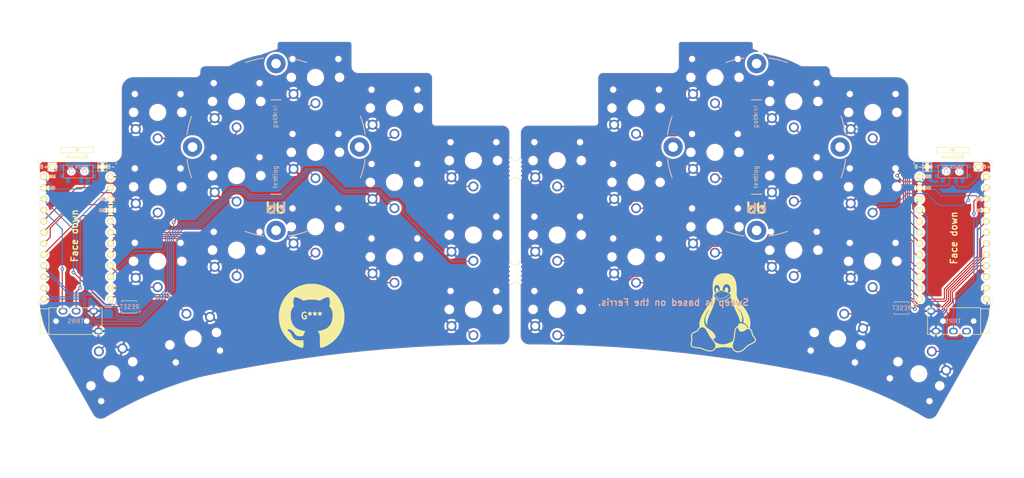
<source format=kicad_pcb>
(kicad_pcb (version 20221018) (generator pcbnew)
  (layers (0 "F.Cu" signal) (31 "B.Cu" signal) (34 "B.Paste" user) (35 "F.Paste" user) (36 "B.SilkS" user "B.Silkscreen") (37 "F.SilkS" user "F.Silkscreen") (38 "B.Mask" user) (39 "F.Mask" user) (44 "Edge.Cuts" user))
  (net 0 "")
  (net 1 "BT+")
  (net 2 "gnd")
  (net 3 "vcc")
  (net 4 "Switch18")
  (net 5 "reset")
  (net 6 "Switch1")
  (net 7 "Switch2")
  (net 8 "Switch3")
  (net 9 "Switch4")
  (net 10 "Switch5")
  (net 11 "Switch6")
  (net 12 "Switch7")
  (net 13 "Switch8")
  (net 14 "Switch9")
  (net 15 "Switch10")
  (net 16 "Switch11")
  (net 17 "Switch12")
  (net 18 "Switch13")
  (net 19 "Switch14")
  (net 20 "Switch15")
  (net 21 "Switch16")
  (net 22 "Switch17")
  (net 23 "Net-(SW_POWER1-Pad1)")
  (net 24 "raw")
  (net 25 "BT+_r")
  (net 26 "Switch18_r")
  (net 27 "reset_r")
  (net 28 "Switch9_r")
  (net 29 "Switch10_r")
  (net 30 "Switch11_r")
  (net 31 "Switch12_r")
  (net 32 "Switch13_r")
  (net 33 "Switch14_r")
  (net 34 "Switch15_r")
  (net 35 "Switch16_r")
  (net 36 "Switch17_r")
  (net 37 "Switch1_r")
  (net 38 "Switch2_r")
  (net 39 "Switch3_r")
  (net 40 "Switch4_r")
  (net 41 "Switch5_r")
  (net 42 "Switch6_r")
  (net 43 "Switch7_r")
  (net 44 "Switch8_r")
  (net 45 "Net-(SW_POWERR1-Pad1)")
  (footprint "kbd:ProMicro_v3_min" (layer "F.Cu") (at 230.178 67.564)
    (fp_text reference "U1" hide)
    (fp_text value "ProMicro-kbd" hide)
  )
  (footprint "Kailh:TRRS-PJ-320A" (layer "F.Cu") (at 236.474 86.052 -90)
    (fp_text reference "J2")
    (fp_text value "AudioJack4dpb" hide)
  )
  (footprint "* duckyb-collection:choc-v1-with-millmax" (layer "F.Cu") (at 175.856 64.516)
    (fp_text reference "SW16" hide)
    (fp_text value "SW_Push" hide)
  )
  (footprint "* duckyb-collection:choc-v1-with-millmax" (layer "F.Cu") (at 222.386 98.082 150)
    (fp_text reference "SW20" hide)
    (fp_text value "SW_Push" hide)
  )
  (footprint "* duckyb-collection:choc-v1-with-millmax" (layer "F.Cu") (at 157.856 71.374)
    (fp_text reference "SW15" hide)
    (fp_text value "SW_Push" hide)
  )
  (footprint "* duckyb-collection:choc-v1-with-millmax" (layer "F.Cu") (at 203.826 90.082 165)
    (fp_text reference "SW21" hide)
    (fp_text value "SW_Push" hide)
  )
  (footprint "* duckyb-collection:choc-v1-with-millmax" (layer "F.Cu") (at 193.856 69.85)
    (fp_text reference "SW17" hide)
    (fp_text value "SW_Push" hide)
  )
  (footprint "* duckyb-collection:choc-v1-with-millmax" (layer "F.Cu") (at 211.836 72.39)
    (fp_text reference "SW18" hide)
    (fp_text value "SW_Push" hide)
  )
  (footprint "* duckyb-collection:choc-v1-with-millmax" (layer "F.Cu") (at 175.856 30.382)
    (fp_text reference "SW4" hide)
    (fp_text value "SW_Push" hide)
  )
  (footprint "* duckyb-collection:choc-v1-with-millmax" (layer "F.Cu") (at 157.856 37.382)
    (fp_text reference "SW3" hide)
    (fp_text value "SW_Push" hide)
  )
  (footprint "* duckyb-collection:choc-v1-with-millmax" (layer "F.Cu") (at 157.856 54.356)
    (fp_text reference "SW9" hide)
    (fp_text value "SW_Push" hide)
  )
  (footprint "* duckyb-collection:choc-v1-with-millmax" (layer "F.Cu") (at 139.856 83.382)
    (fp_text reference "SW14" hide)
    (fp_text value "SW_Push" hide)
  )
  (footprint "* duckyb-collection:choc-v1-with-millmax" (layer "F.Cu") (at 211.836 55.372)
    (fp_text reference "SW12" hide)
    (fp_text value "SW_Push" hide)
  )
  (footprint "* duckyb-collection:choc-v1-with-millmax" (layer "F.Cu") (at 193.856 52.832)
    (fp_text reference "SW11" hide)
    (fp_text value "SW_Push" hide)
  )
  (footprint "* duckyb-collection:choc-v1-with-millmax" (layer "F.Cu") (at 139.856 66.382)
    (fp_text reference "SW8" hide)
    (fp_text value "SW_Push" hide)
  )
  (footprint "* duckyb-collection:choc-v1-with-millmax" (layer "F.Cu") (at 211.856 38.382)
    (fp_text reference "SW6" hide)
    (fp_text value "SW_Push" hide)
  )
  (footprint "* duckyb-collection:choc-v1-with-millmax" (layer "F.Cu") (at 193.856 35.882)
    (fp_text reference "SW5" hide)
    (fp_text value "SW_Push" hide)
  )
  (footprint "* duckyb-collection:choc-v1-with-millmax" (layer "F.Cu") (at 139.856 49.382)
    (fp_text reference "SW2" hide)
    (fp_text value "SW_Push" hide)
  )
  (footprint "Duckyb-Parts:mouse-bite-5mm-slot-with-space-for-track" (layer "F.Cu") (at 130.302 51.308)
    (fp_text reference "mouse-bite-2mm-slot" hide)
    (fp_text value "VAL**" hide)
  )
  (footprint "Duckyb-Parts:mouse-bite-5mm-slot-with-space-for-track" (layer "F.Cu") (at 130.302 75.184)
    (fp_text reference "mouse-bite-2mm-slot" hide)
    (fp_text value "VAL**" hide)
  )
  (footprint "kbd:SW_SPST_B3U-1000P" (layer "F.Cu") (at 218.44 83.058)
    (fp_text reference "RSW1" hide)
    (fp_text value "SW_Push")
  )
  (footprint "* duckyb-collection:choc-v1-with-millmax" (layer "F.Cu") (at 175.856 47.498)
    (fp_text reference "SW10" hide)
    (fp_text value "SW_Push" hide)
  )
  (footprint "kbd:Tenting_Puck2" (layer "F.Cu") (at 185.356 46.282)
    (fp_text reference "REF**")
    (fp_text value "Tenting Puck")
  )
  (footprint "kbd:1pin_conn" (layer "F.Cu") (at 235.966 50.8)
    (fp_text reference "B+")
    (fp_text value "MountingHole_Pad" hide)
  )
  (footprint "kbd:1pin_conn" (layer "F.Cu") (at 224.282 50.8)
    (fp_text reference "B-")
    (fp_text value "MountingHole_Pad" hide)
  )
  (footprint "kbd:ProMicro_v3_min" (layer "F.Cu") (at 30.326 67.564)
    (fp_text reference "U2" hide)
    (fp_text value "ProMicro-kbd" hide)
  )
  (footprint "Kailh:TRRS-PJ-320A" (layer "F.Cu") (at 23.876 86.052 90)
    (fp_text reference "J1")
    (fp_text value "AudioJack4dpb" hide)
  )
  (footprint "* duckyb-collection:choc-v1-with-millmax" (layer "F.Cu") (at 48.686 72.39)
    (fp_text reference "SW17_r1" hide)
    (fp_text value "SW_Push" hide)
  )
  (footprint "* duckyb-collection:choc-v1-with-millmax" (layer "F.Cu") (at 66.7 52.832)
    (fp_text reference "SW11_r1" hide)
    (fp_text value "SW_Push" hide)
  )
  (footprint "* duckyb-collection:choc-v1-with-millmax" (layer "F.Cu") (at 84.688 64.516)
    (fp_text reference "SW15_r1" hide)
    (fp_text value "SW_Push" hide)
  )
  (footprint "* duckyb-collection:choc-v1-with-millmax" (layer "F.Cu") (at 102.714 71.374)
    (fp_text reference "SW18_r1" hide)
    (fp_text value "SW_Push" hide)
  )
  (footprint "* duckyb-collection:choc-v1-with-millmax" (layer "F.Cu") (at 48.686 38.382)
    (fp_text reference "SW6_r1" hide)
    (fp_text value "SW_Push" hide)
  )
  (footprint "* duckyb-collection:choc-v1-with-millmax" (layer "F.Cu") (at 66.7 35.882)
    (fp_text reference "SW5_r1" hide)
    (fp_text value "SW_Push" hide)
  )
  (footprint "* duckyb-collection:choc-v1-with-millmax" (layer "F.Cu") (at 120.732 49.382)
    (fp_text reference "SW2_r1" hide)
    (fp_text value "SW_Push" hide)
  )
  (footprint "* duckyb-collection:choc-v1-with-millmax" (layer "F.Cu") (at 66.7 69.85)
    (fp_text reference "SW16_r1" hide)
    (fp_text value "SW_Push" hide)
  )
  (footprint "* duckyb-collection:choc-v1-with-millmax" (layer "F.Cu") (at 84.688 30.382)
    (fp_text reference "SW4_r1" hide)
    (fp_text value "SW_Push" hide)
  )
  (footprint "* duckyb-collection:choc-v1-with-millmax" (layer "F.Cu") (at 120.732 83.382)
    (fp_text reference "SW13_r1" hide)
    (fp_text value "SW_Push" hide)
  )
  (footprint "* duckyb-collection:choc-v1-with-millmax" (layer "F.Cu") (at 48.686 55.372)
    (fp_text reference "SW12_r1" hide)
    (fp_text value "SW_Push" hide)
  )
  (footprint "* duckyb-collection:choc-v1-with-millmax" (layer "F.Cu") (at 102.714 37.382)
    (fp_text reference "SW3_r1" hide)
    (fp_text value "SW_Push" hide)
  )
  (footprint "* duckyb-collection:choc-v1-with-millmax" (layer "F.Cu") (at 102.714 54.356)
    (fp_text reference "SW8_r1" hide)
    (fp_text value "SW_Push" hide)
  )
  (footprint "* duckyb-collection:choc-v1-with-millmax" (layer "F.Cu") (at 56.778 90.082 -165)
    (fp_text reference "SW21_r1" hide)
    (fp_text value "SW_Push" hide)
  )
  (footprint "* duckyb-collection:choc-v1-with-millmax" (layer "F.Cu") (at 84.688 47.498)
    (fp_text reference "SW9_r1" hide)
    (fp_text value "SW_Push" hide)
  )
  (footprint "* duckyb-collection:choc-v1-with-millmax" (layer "F.Cu") (at 38.218 98.082 -150)
    (fp_text reference "SW20_r1" hide)
    (fp_text value "SW_Push" hide)
  )
  (footprint "* duckyb-collection:choc-v1-with-millmax" (layer "F.Cu") (at 120.732 66.382)
    (fp_text reference "SW7_r1" hide)
    (fp_text value "SW_Push" hide)
  )
  (footprint "kbd:Tenting_Puck2" (layer "F.Cu") (at 75.692 46.282)
    (fp_text reference "REF**")
    (fp_text value "Tenting Puck")
  )
  (footprint "kbd:1pin_conn" (layer "F.Cu") (at 36.068 50.8)
    (fp_text reference "B-")
    (fp_text value "MountingHole_Pad" hide)
  )
  (footprint "kbd:1pin_conn" (layer "F.Cu") (at 24.638 50.8)
    (fp_text reference "B+")
    (fp_text value "MountingHole_Pad" hide)
  )
  (footprint "kbd:SW_SPST_B3U-1000P" (layer "F.Cu") (at 42.164 82.804)
    (fp_text reference "RSW2" hide)
    (fp_text value "SW_Push")
  )
  (footprint "LOGO" (layer "F.Cu") (at 177.77 84.16)
    (fp_text reference "G***" hide)
    (fp_text value "LOGO" hide)
  )
  (footprint "LOGO" (layer "F.Cu") (at 83.82 84.836)
    (fp_text reference "G***")
    (fp_text value "LOGO" hide)
  )
  (footprint "Kailh:SPDT_C128955" (layer "B.Cu") (at 230.124 51.816 180)
    (fp_text reference "POWER SW")
    (fp_text value "SW_SPDT")
  )
  (footprint "Kailh:SPDT_C128955" (layer "B.Cu") (at 30.48 51.816 180)
    (fp_text reference "POWER SW")
    (fp_text value "SW_SPDT")
  )
  (gr_rect (start 27.178 50.419) (end 33.909 53.34) (stroke (width 0.12)) (fill none) (layer "B.SilkS"))
  (gr_rect (start 226.822 50.419) (end 233.426 53.34) (stroke (width 0.12)) (fill none) (layer "B.SilkS"))
  (gr_line (start 131.5085 77.724) (end 131.506254 89.547024) (stroke (width 0.05)) (layer "Edge.Cuts"))
  (gr_arc (start 226.44 107.46) (mid 225.19974 108.321743) (end 223.7142 108.049686) (stroke (width 0.05)) (layer "Edge.Cuts"))
  (gr_arc (start 222.033002 49.694917) (mid 220.620534 49.145716) (end 219.998001 47.763999) (stroke (width 0.05)) (layer "Edge.Cuts"))
  (gr_arc (start 237.938 49.691958) (mid 238.471181 49.914476) (end 238.687999 50.45) (stroke (width 0.05)) (layer "Edge.Cuts"))
  (gr_arc (start 133.544 91.383119) (mid 132.156573 90.874102) (end 131.506254 89.547024) (stroke (width 0.05)) (layer "Edge.Cuts"))
  (gr_arc (start 202.185134 98.863946) (mid 213.262488 102.723597) (end 223.714 108.05) (stroke (width 0.05)) (layer "Edge.Cuts"))
  (gr_line (start 222.033002 49.694917) (end 237.938 49.692) (stroke (width 0.05)) (layer "Edge.Cuts"))
  (gr_arc (start 133.544 91.383119) (mid 168.064442 93.289554) (end 202.185134 98.863946) (stroke (width 0.05)) (layer "Edge.Cuts"))
  (gr_line (start 238.688 58.42) (end 238.688 66.548) (stroke (width 0.05)) (layer "Edge.Cuts"))
  (gr_line (start 236.953304 88.85815) (end 226.44 107.46) (stroke (width 0.05)) (layer "Edge.Cuts"))
  (gr_arc (start 238.7 81.534) (mid 238.242913 85.295347) (end 236.953304 88.85815) (stroke (width 0.05)) (layer "Edge.Cuts"))
  (gr_line (start 238.688 50.45) (end 238.688 58.42) (stroke (width 0.05)) (layer "Edge.Cuts"))
  (gr_line (start 131.56 43.01) (end 131.572 48.768) (stroke (width 0.05)) (layer "Edge.Cuts"))
  (gr_line (start 129.3495 48.768) (end 128.96 48.768) (stroke (width 0.05)) (layer "Edge.Cuts"))
  (gr_line (start 238.688 66.548) (end 238.688 75.438) (stroke (width 0.05)) (layer "Edge.Cuts"))
  (gr_line (start 238.688 75.438) (end 238.7 81.534) (stroke (width 0.05)) (layer "Edge.Cuts"))
  (gr_line (start 129.3495 72.644) (end 128.96 72.644) (stroke (width 0.05)) (layer "Edge.Cuts"))
  (gr_line (start 129.3495 53.848) (end 128.96 53.848) (stroke (width 0.05)) (layer "Edge.Cuts"))
  (gr_line (start 129.3495 77.724) (end 128.96 77.724) (stroke (width 0.05)) (layer "Edge.Cuts"))
  (gr_line (start 131.572 53.848) (end 131.572 72.644) (stroke (width 0.05)) (layer "Edge.Cuts"))
  (gr_line (start 21.792 50.442) (end 21.792 58.42) (stroke (width 0.05)) (layer "Edge.Cuts"))
  (gr_line (start 128.96 77.724) (end 128.975507 89.545022) (stroke (width 0.05)) (layer "Edge.Cuts"))
  (gr_arc (start 128.975507 89.545022) (mid 128.324689 90.873432) (end 126.936 91.383119) (stroke (width 0.05)) (layer "Edge.Cuts"))
  (gr_line (start 40.481999 47.763999) (end 40.481955 33.02) (stroke (width 0.05)) (layer "Edge.Cuts"))
  (gr_line (start 21.792 66.548) (end 21.792 73.914) (stroke (width 0.05)) (layer "Edge.Cuts"))
  (gr_line (start 23.526696 88.85815) (end 34.034 107.451265) (stroke (width 0.05)) (layer "Edge.Cuts"))
  (gr_arc (start 40.481999 47.763999) (mid 39.859467 49.145717) (end 38.446998 49.694917) (stroke (width 0.05)) (layer "Edge.Cuts"))
  (gr_arc (start 58.294866 98.863946) (mid 92.415558 93.289555) (end 126.936 91.383119) (stroke (width 0.05)) (layer "Edge.Cuts"))
  (gr_arc (start 23.526696 88.85815) (mid 22.237087 85.295347) (end 21.78 81.534) (stroke (width 0.05)) (layer "Edge.Cuts"))
  (gr_arc (start 21.792 50.442) (mid 22.01167 49.91167) (end 22.542 49.692) (stroke (width 0.05)) (layer "Edge.Cuts"))
  (gr_line (start 38.446998 49.694917) (end 22.542 49.692) (stroke (width 0.05)) (layer "Edge.Cuts"))
  (gr_line (start 21.792 58.42) (end 21.792 66.548) (stroke (width 0.05)) (layer "Edge.Cuts"))
  (gr_arc (start 36.766 108.05) (mid 35.275005 108.32098) (end 34.034 107.451265) (stroke (width 0.05)) (layer "Edge.Cuts"))
  (gr_arc (start 36.766 108.05) (mid 47.217512 102.723597) (end 58.294866 98.863946) (stroke (width 0.05)) (layer "Edge.Cuts"))
  (gr_line (start 21.792 73.914) (end 21.78 81.534) (stroke (width 0.05)) (layer "Edge.Cuts"))
  (gr_line (start 128.96 53.848) (end 128.96 72.644) (stroke (width 0.05)) (layer "Edge.Cuts"))
  (gr_line (start 128.96 43.01) (end 128.96 48.768) (stroke (width 0.05)) (layer "Edge.Cuts"))
  (gr_arc (start 217.339982 30.334913) (mid 219.242528 31.120732) (end 220.035996 33.020101) (stroke (width 0.05)) (layer "Edge.Cuts"))
  (gr_arc (start 183.949982 22.280857) (mid 184.33391 22.444065) (end 184.489981 22.830949) (stroke (width 0.05)) (layer "Edge.Cuts"))
  (gr_arc (start 167.599982 22.827465) (mid 167.756054 22.440582) (end 168.139981 22.277373) (stroke (width 0.05)) (layer "Edge.Cuts"))
  (gr_arc (start 94.48 29.37) (mid 93.388998 28.942758) (end 92.919982 27.869051) (stroke (width 0.05)) (layer "Edge.Cuts"))
  (gr_line (start 111.309982 40.638523) (end 111.31 30.47) (stroke (width 0.05)) (layer "Edge.Cuts"))
  (gr_line (start 76.03 23.866967) (end 76.03 22.82) (stroke (width 0.05)) (layer "Edge.Cuts"))
  (gr_arc (start 127.331558 41.389979) (mid 128.481295 41.862728) (end 128.959999 43.01) (stroke (width 0.05)) (layer "Edge.Cuts"))
  (gr_line (start 167.599982 23.880949) (end 167.599982 22.827465) (stroke (width 0.05)) (layer "Edge.Cuts"))
  (gr_line (start 188.4563 25.26244) (end 184.489982 23.877916) (stroke (width 0.05)) (layer "Edge.Cuts"))
  (gr_line (start 202.099982 29.246349) (end 202.099982 28.941549) (stroke (width 0.05)) (layer "Edge.Cuts"))
  (gr_arc (start 203.192182 30.338549) (mid 202.41988 30.018651) (end 202.099982 29.246349) (stroke (width 0.05)) (layer "Edge.Cuts"))
  (gr_line (start 110.2 29.36) (end 94.48 29.37) (stroke (width 0.05)) (layer "Edge.Cuts"))
  (gr_line (start 184.489982 23.877916) (end 184.489982 22.830949) (stroke (width 0.05)) (layer "Edge.Cuts"))
  (gr_line (start 131.572 48.768) (end 131.2545 48.768) (stroke (width 0.05)) (layer "Edge.Cuts"))
  (gr_line (start 58.42 29.2354) (end 58.42 28.9306) (stroke (width 0.05)) (layer "Edge.Cuts"))
  (gr_line (start 72.063682 25.251491) (end 76.03 23.866967) (stroke (width 0.05)) (layer "Edge.Cuts"))
  (gr_line (start 149.21 40.649472) (end 149.209982 30.480949) (stroke (width 0.05)) (layer "Edge.Cuts"))
  (gr_arc (start 92.380001 22.266424) (mid 92.763929 22.429632) (end 92.92 22.816516) (stroke (width 0.05)) (layer "Edge.Cuts"))
  (gr_line (start 127.331558 41.389979) (end 112.07 41.38) (stroke (width 0.05)) (layer "Edge.Cuts"))
  (gr_line (start 43.18 30.321955) (end 57.3278 30.3276) (stroke (width 0.05)) (layer "Edge.Cuts"))
  (gr_line (start 76.57 22.269908) (end 92.380001 22.266424) (stroke (width 0.05)) (layer "Edge.Cuts"))
  (gr_line (start 200.982382 27.823949) (end 195.539982 27.823949) (stroke (width 0.05)) (layer "Edge.Cuts"))
  (gr_line (start 217.339982 30.332904) (end 203.192182 30.338549) (stroke (width 0.05)) (layer "Edge.Cuts"))
  (gr_arc (start 40.481955 33.02) (mid 41.272194 31.112194) (end 43.18 30.321955) (stroke (width 0.05)) (layer "Edge.Cuts"))
  (gr_arc (start 131.254499 72.644) (mid 130.302 73.288873) (end 129.349501 72.643999) (stroke (width 0.05)) (layer "Edge.Cuts"))
  (gr_line (start 131.572 53.848) (end 131.2545 53.848) (stroke (width 0.05)) (layer "Edge.Cuts"))
  (gr_line (start 150.319982 29.370949) (end 166.039982 29.380949) (stroke (width 0.05)) (layer "Edge.Cuts"))
  (gr_line (start 92.92 23.87) (end 92.92 22.816516) (stroke (width 0.05)) (layer "Edge.Cuts"))
  (gr_arc (start 188.4563 25.26244) (mid 192.111973 26.228401) (end 195.539982 27.823949) (stroke (width 0.05)) (layer "Edge.Cuts"))
  (gr_line (start 167.6 27.88) (end 167.599982 23.880949) (stroke (width 0.05)) (layer "Edge.Cuts"))
  (gr_arc (start 129.349501 77.724) (mid 130.302 77.079127) (end 131.254499 77.724001) (stroke (width 0.05)) (layer "Edge.Cuts"))
  (gr_arc (start 131.560001 43.01) (mid 132.042539 41.869789) (end 133.188422 41.400879) (stroke (width 0.05)) (layer "Edge.Cuts"))
  (gr_arc (start 58.42 28.9306) (mid 58.747337 28.140337) (end 59.5376 27.813) (stroke (width 0.05)) (layer "Edge.Cuts"))
  (gr_arc (start 110.2 29.36) (mid 110.984889 29.685111) (end 111.31 30.47) (stroke (width 0.05)) (layer "Edge.Cuts"))
  (gr_arc (start 58.42 29.2354) (mid 58.100102 30.007702) (end 57.3278 30.3276) (stroke (width 0.05)) (layer "Edge.Cuts"))
  (gr_line (start 219.998001 47.763999) (end 220.035997 33.020101) (stroke (width 0.05)) (layer "Edge.Cuts"))
  (gr_arc (start 149.209982 30.480949) (mid 149.535093 29.69606) (end 150.319982 29.370949) (stroke (width 0.05)) (layer "Edge.Cuts"))
  (gr_line (start 133.188424 41.400928) (end 148.449982 41.390949) (stroke (width 0.05)) (layer "Edge.Cuts"))
  (gr_arc (start 167.6 27.88) (mid 167.130984 28.953706) (end 166.039982 29.380949) (stroke (width 0.05)) (layer "Edge.Cuts"))
  (gr_line (start 92.919982 27.869051) (end 92.92 23.87) (stroke (width 0.05)) (layer "Edge.Cuts"))
  (gr_line (start 59.5376 27.813) (end 64.98 27.813) (stroke (width 0.05)) (layer "Edge.Cuts"))
  (gr_arc (start 76.030001 22.82) (mid 76.186073 22.433117) (end 76.57 22.269908) (stroke (width 0.05)) (layer "Edge.Cuts"))
  (gr_arc (start 200.982382 27.823949) (mid 201.772645 28.151286) (end 202.099982 28.941549) (stroke (width 0.05)) (layer "Edge.Cuts"))
  (gr_arc (start 149.21 40.649472) (mid 148.983556 41.177616) (end 148.449982 41.390948) (stroke (width 0.05)) (layer "Edge.Cuts"))
  (gr_line (start 131.572 72.644) (end 131.2545 72.644) (stroke (width 0.05)) (layer "Edge.Cuts"))
  (gr_arc (start 112.07 41.379999) (mid 111.536427 41.166666) (end 111.309982 40.638523) (stroke (width 0.05)) (layer "Edge.Cuts"))
  (gr_line (start 183.949982 22.280857) (end 168.139981 22.277373) (stroke (width 0.05)) (layer "Edge.Cuts"))
  (gr_arc (start 131.254499 48.768) (mid 130.302 49.412873) (end 129.349501 48.767999) (stroke (width 0.05)) (layer "Edge.Cuts"))
  (gr_line (start 131.5085 77.724) (end 131.2545 77.724) (stroke (width 0.05)) (layer "Edge.Cuts"))
  (gr_arc (start 64.98 27.813) (mid 68.408009 26.217451) (end 72.063682 25.251491) (stroke (width 0.05)) (layer "Edge.Cuts"))
  (gr_arc (start 129.349501 53.848) (mid 130.302 53.203127) (end 131.254499 53.848001) (stroke (width 0.05)) (layer "Edge.Cuts"))
  (gr_text "Sweep is based on the Ferris." (at 166.37 81.788) (layer "B.SilkS") (effects (font (size 1.5 1.5) (thickness 0.3)) (justify mirror)))
  (gr_text "Face down" (at 230.378 67.056 90) (layer "F.SilkS") (effects (font (size 1.5 1.5) (thickness 0.3))))
  (gr_text "Face down" (at 29.718 66.548 90) (layer "F.SilkS") (effects (font (size 1.5 1.5) (thickness 0.3))))
  (segment (start 25.360999 51.522999) (end 28.051999 51.522999) (width 0.25) (layer "B.Cu") (net 1))
  (segment (start 24.638 50.8) (end 25.360999 51.522999) (width 0.25) (layer "B.Cu") (net 1))
  (segment (start 29.046501 50.890501) (end 29.373499 50.890501) (width 0.25) (layer "B.Cu") (net 1))
  (segment (start 28.738499 50.836499) (end 28.992499 50.836499) (width 0.25) (layer "B.Cu") (net 1))
  (segment (start 31.23 52.747002) (end 31.23 53.891) (width 0.25) (layer "B.Cu") (net 1))
  (segment (start 28.051999 51.522999) (end 28.738499 50.836499) (width 0.25) (layer "B.Cu") (net 1))
  (segment (start 29.373499 50.890501) (end 31.23 52.747002) (width 0.25) (layer "B.Cu") (net 1))
  (segment (start 28.992499 50.836499) (end 29.046501 50.890501) (width 0.25) (layer "B.Cu") (net 1))
  (segment (start 224.8576 85.65317) (end 225.174 85.33677) (width 0.25) (layer "F.Cu") (net 2))
  (segment (start 225.174 85.33677) (end 225.174 83.552) (width 0.25) (layer "F.Cu") (net 2))
  (segment (start 216.74 83.058) (end 216.74 84.758) (width 0.25) (layer "F.Cu") (net 2))
  (segment (start 216.74 85.54477) (end 216.8484 85.65317) (width 0.25) (layer "F.Cu") (net 2))
  (segment (start 216.8484 85.65317) (end 224.8576 85.65317) (width 0.25) (layer "F.Cu") (net 2))
  (segment (start 216.74 84.758) (end 216.74 85.54477) (width 0.25) (layer "F.Cu") (net 2))
  (segment (start 40.40601 82.74601) (end 40.464 82.804) (width 0.25) (layer "F.Cu") (net 2))
  (segment (start 34.076 83.552) (end 37.80201 83.552) (width 0.25) (layer "F.Cu") (net 2))
  (segment (start 37.80201 83.552) (end 38.608 82.74601) (width 0.25) (layer "F.Cu") (net 2))
  (segment (start 38.608 82.74601) (end 40.40601 82.74601) (width 0.25) (layer "F.Cu") (net 2))
  (segment (start 213.159159 42.182) (end 206.856 42.182) (width 0.25) (layer "B.Cu") (net 2))
  (segment (start 221.777159 50.8) (end 213.159159 42.182) (width 0.25) (layer "B.Cu") (net 2))
  (segment (start 226.254 88.332) (end 226.274 88.352) (width 0.25) (layer "B.Cu") (net 2))
  (segment (start 226.244 88.322) (end 226.274 88.352) (width 0.25) (layer "B.Cu") (net 2))
  (segment (start 224.282 50.8) (end 221.777159 50.8) (width 0.25) (layer "B.Cu") (net 2))
  (segment (start 26.924 83.4) (end 27.076 83.552) (width 0.25) (layer "F.Cu") (net 3))
  (segment (start 26.924 74.168) (end 26.924 83.4) (width 0.25) (layer "F.Cu") (net 3))
  (via (at 26.924 74.168) (size 0.8) (drill 0.4) (layers "F.Cu" "B.Cu") (net 3))
  (segment (start 233.254 88.332) (end 233.274 88.352) (width 0.25) (layer "B.Cu") (net 3))
  (segment (start 26.924 65.1126) (end 26.924 74.168) (width 0.25) (layer "B.Cu") (net 3))
  (segment (start 22.5174 60.706) (end 26.924 65.1126) (width 0.25) (layer "B.Cu") (net 3))
  (segment (start 224.282 62.2186) (end 224.282 79.502) (width 0.25) (layer "B.Cu") (net 3))
  (segment (start 229.108 89.662) (end 231.764 89.662) (width 0.25) (layer "B.Cu") (net 3))
  (segment (start 222.7694 60.706) (end 224.282 62.2186) (width 0.25) (layer "B.Cu") (net 3))
  (segment (start 231.764 89.662) (end 233.274 88.152) (width 0.25) (layer "B.Cu") (net 3))
  (segment (start 228.854 84.074) (end 228.854 89.408) (width 0.25) (layer "B.Cu") (net 3))
  (segment (start 228.854 89.408) (end 229.108 89.662) (width 0.25) (layer "B.Cu") (net 3))
  (segment (start 224.282 79.502) (end 228.854 84.074) (width 0.25) (layer "B.Cu") (net 3))
  (segment (start 237.9894 55.626) (end 234.95 58.6654) (width 0.25) (layer "F.Cu") (net 4))
  (segment (start 234.95 58.6654) (end 234.95 61.468) (width 0.25) (layer "F.Cu") (net 4))
  (via (at 234.95 61.468) (size 0.8) (drill 0.4) (layers "F.Cu" "B.Cu") (net 4))
  (segment (start 230.274 81.13) (end 234.95 76.454) (width 0.25) (layer "B.Cu") (net 4))
  (segment (start 230.274 88.152) (end 230.274 81.13) (width 0.25) (layer "B.Cu") (net 4))
  (segment (start 234.95 76.454) (end 234.95 61.468) (width 0.25) (layer "B.Cu") (net 4))
  (segment (start 220.14 83.058) (end 221.234 83.058) (width 0.25) (layer "F.Cu") (net 5))
  (segment (start 221.234 83.058) (end 221.488 83.312) (width 0.25) (layer "F.Cu") (net 5))
  (via (at 221.488 83.312) (size 0.8) (drill 0.4) (layers "F.Cu" "B.Cu") (net 5))
  (segment (start 221.488 82.55) (end 221.234 82.296) (width 0.25) (layer "B.Cu") (net 5))
  (segment (start 221.488 83.312) (end 221.488 82.55) (width 0.25) (layer "B.Cu") (net 5))
  (segment (start 221.234 59.7014) (end 221.234 82.296) (width 0.25) (layer "B.Cu") (net 5))
  (segment (start 222.7694 58.166) (end 221.234 59.7014) (width 0.25) (layer "B.Cu") (net 5))
  (segment (start 217.678 50.292) (end 218.41796 51.03196) (width 0.25) (layer "F.Cu") (net 6))
  (segment (start 155.956 44.958) (end 162.814 44.958) (width 0.25) (layer "F.Cu") (net 6))
  (segment (start 205.994 50.292) (end 217.678 50.292) (width 0.25) (layer "F.Cu") (net 6))
  (segment (start 218.41796 51.03196) (end 218.41796 51.83804) (width 0.25) (layer "F.Cu") (net 6))
  (segment (start 199.84001 47.69401) (end 202.946 50.8) (width 0.25) (layer "F.Cu") (net 6))
  (segment (start 167.057719 43.732009) (end 169.641728 41.148) (width 0.25) (layer "F.Cu") (net 6))
  (segment (start 164.03999 43.73201) (end 167.057719 43.732009) (width 0.25) (layer "F.Cu") (net 6))
  (segment (start 162.814 44.958) (end 164.03999 43.73201) (width 0.25) (layer "F.Cu") (net 6))
  (segment (start 183.38518 41.148) (end 188.6032 46.36602) (width 0.25) (layer "F.Cu") (net 6))
  (segment (start 202.946 50.8) (end 205.486 50.8) (width 0.25) (layer "F.Cu") (net 6))
  (segment (start 196.53079 46.36602) (end 197.85878 47.69401) (width 0.25) (layer "F.Cu") (net 6))
  (segment (start 197.85878 47.69401) (end 199.84001 47.69401) (width 0.25) (layer "F.Cu") (net 6))
  (segment (start 188.6032 46.36602) (end 196.53079 46.36602) (width 0.25) (layer "F.Cu") (net 6))
  (segment (start 218.41796 51.83804) (end 217.424 52.832) (width 0.25) (layer "F.Cu") (net 6))
  (segment (start 205.486 50.8) (end 205.994 50.292) (width 0.25) (layer "F.Cu") (net 6))
  (segment (start 169.641728 41.148) (end 183.38518 41.148) (width 0.25) (layer "F.Cu") (net 6))
  (segment (start 139.856 55.282) (end 145.632 55.282) (width 0.25) (layer "F.Cu") (net 6))
  (segment (start 145.632 55.282) (end 155.956 44.958) (width 0.25) (layer "F.Cu") (net 6))
  (via (at 217.424 52.832) (size 0.8) (drill 0.4) (layers "F.Cu" "B.Cu") (net 6))
  (segment (start 237.9894 75.946) (end 236.4697 74.4263) (width 0.25) (layer "B.Cu") (net 6))
  (segment (start 236.4697 58.4243) (end 235.4451 57.3997) (width 0.25) (layer "B.Cu") (net 6))
  (segment (start 236.4697 74.4263) (end 236.4697 58.4243) (width 0.25) (layer "B.Cu") (net 6))
  (segment (start 224.711081 55.958919) (end 222.925163 54.173001) (width 0.25) (layer "B.Cu") (net 6))
  (segment (start 218.765001 54.173001) (end 217.424 52.832) (width 0.25) (layer "B.Cu") (net 6))
  (segment (start 235.4451 57.3997) (end 227.5797 57.3997) (width 0.25) (layer "B.Cu") (net 6))
  (segment (start 227.5797 57.3997) (end 226.138919 55.958919) (width 0.25) (layer "B.Cu") (net 6))
  (segment (start 226.138919 55.958919) (end 224.711081 55.958919) (width 0.25) (layer "B.Cu") (net 6))
  (segment (start 222.925163 54.173001) (end 218.765001 54.173001) (width 0.25) (layer "B.Cu") (net 6))
  (segment (start 203.07441 50.292) (end 205.35759 50.292) (width 0.25) (layer "F.Cu") (net 7))
  (segment (start 205.933189 49.716401) (end 218.243991 49.716401) (width 0.25) (layer "F.Cu") (net 7))
  (segment (start 218.86797 50.34038) (end 218.86797 65.70597) (width 0.25) (layer "F.Cu") (net 7))
  (segment (start 200.026411 47.244001) (end 203.07441 50.292) (width 0.25) (layer "F.Cu") (net 7))
  (segment (start 159.234991 44.172991) (end 162.962599 44.172991) (width 0.25) (layer "F.Cu") (net 7))
  (segment (start 163.853591 43.282001) (end 166.871317 43.282001) (width 0.25) (layer "F.Cu") (net 7))
  (segment (start 157.856 43.282) (end 158.344 43.282) (width 0.25) (layer "F.Cu") (net 7))
  (segment (start 169.513318 40.64) (end 183.51359 40.64) (width 0.25) (layer "F.Cu") (net 7))
  (segment (start 205.35759 50.292) (end 205.933189 49.716401) (width 0.25) (layer "F.Cu") (net 7))
  (segment (start 166.871317 43.282001) (end 169.513318 40.64) (width 0.25) (layer "F.Cu") (net 7))
  (segment (start 162.962599 44.172991) (end 163.853591 43.282001) (width 0.25) (layer "F.Cu") (net 7))
  (segment (start 158.344 43.282) (end 159.234991 44.172991) (width 0.25) (layer "F.Cu") (net 7))
  (segment (start 218.243991 49.716401) (end 218.86797 50.34038) (width 0.25) (layer "F.Cu") (net 7))
  (segment (start 221.234 70.358) (end 221.742 70.866) (width 0.25) (layer "F.Cu") (net 7))
  (segment (start 218.86797 65.70597) (end 221.234 68.072) (width 0.25) (layer "F.Cu") (net 7))
  (segment (start 221.234 68.072) (end 221.234 70.358) (width 0.25) (layer "F.Cu") (net 7))
  (segment (start 221.742 70.866) (end 222.5694 70.866) (width 0.25) (layer "F.Cu") (net 7))
  (segment (start 198.55318 47.244) (end 200.026411 47.244001) (width 0.25) (layer "F.Cu") (net 7))
  (segment (start 198.46359 47.15441) (end 198.55318 47.244) (width 0.25) (layer "F.Cu") (net 7))
  (segment (start 196.71719 45.91601) (end 197.95559 47.15441) (width 0.25) (layer "F.Cu") (net 7))
  (segment (start 183.51359 40.64) (end 188.7896 45.91601) (width 0.25) (layer "F.Cu") (net 7))
  (segment (start 188.7896 45.91601) (end 196.71719 45.91601) (width 0.25) (layer "F.Cu") (net 7))
  (segment (start 197.95559 47.15441) (end 198.46359 47.15441) (width 0.25) (layer "F.Cu") (net 7))
  (segment (start 219.31798 64.87458) (end 222.7694 68.326) (width 0.25) (layer "F.Cu") (net 8))
  (segment (start 188.976 45.466) (end 196.90359 45.466) (width 0.25) (layer "F.Cu") (net 8))
  (segment (start 179.76399 40.18999) (end 183.69999 40.18999) (width 0.25) (layer "F.Cu") (net 8))
  (segment (start 198.1156 46.67801) (end 200.20999 46.67801) (width 0.25) (layer "F.Cu") (net 8))
  (segment (start 218.430392 49.266392) (end 219.31798 50.15398) (width 0.25) (layer "F.Cu") (net 8))
  (segment (start 183.69999 40.18999) (end 188.976 45.466) (width 0.25) (layer "F.Cu") (net 8))
  (segment (start 205.17119 49.84199) (end 205.746788 49.266392) (width 0.25) (layer "F.Cu") (net 8))
  (segment (start 219.31798 50.15398) (end 219.31798 64.87458) (width 0.25) (layer "F.Cu") (net 8))
  (segment (start 196.90359 45.466) (end 198.1156 46.67801) (width 0.25) (layer "F.Cu") (net 8))
  (segment (start 175.856 36.282) (end 179.76399 40.18999) (width 0.25) (layer "F.Cu") (net 8))
  (segment (start 205.746788 49.266392) (end 218.430392 49.266392) (width 0.25) (layer "F.Cu") (net 8))
  (segment (start 203.26081 49.84199) (end 205.17119 49.84199) (width 0.25) (layer "F.Cu") (net 8))
  (segment (start 200.20999 46.67801) (end 200.20999 46.79117) (width 0.25) (layer "F.Cu") (net 8))
  (segment (start 200.20999 46.79117) (end 203.26081 49.84199) (width 0.25) (layer "F.Cu") (net 8))
  (segment (start 193.856 41.782) (end 198.302 46.228) (width 0.25) (layer "F.Cu") (net 9))
  (segment (start 219.76799 49.84199) (end 219.76799 62.78459) (width 0.25) (layer "F.Cu") (net 9))
  (segment (start 203.44721 49.39198) (end 204.98479 49.39198) (width 0.25) (layer "F.Cu") (net 9))
  (segment (start 205.560388 48.816382) (end 218.742382 48.816382) (width 0.25) (layer "F.Cu") (net 9))
  (segment (start 218.742382 48.816382) (end 219.76799 49.84199) (width 0.25) (layer "F.Cu") (net 9))
  (segment (start 200.66 46.49161) (end 200.66 46.60477) (width 0.25) (layer "F.Cu") (net 9))
  (segment (start 200.396391 46.228001) (end 200.66 46.49161) (width 0.25) (layer "F.Cu") (net 9))
  (segment (start 204.98479 49.39198) (end 205.560388 48.816382) (width 0.25) (layer "F.Cu") (net 9))
  (segment (start 219.76799 62.78459) (end 222.7694 65.786) (width 0.25) (layer "F.Cu") (net 9))
  (segment (start 198.302 46.228) (end 200.396391 46.228001) (width 0.25) (layer "F.Cu") (net 9))
  (segment (start 200.66 46.60477) (end 203.44721 49.39198) (width 0.25) (layer "F.Cu") (net 9))
  (segment (start 220.218 49.276) (end 220.218 60.6946) (width 0.25) (layer "F.Cu") (net 10))
  (segment (start 211.856 44.282) (end 215.940372 48.366372) (width 0.25) (layer "F.Cu") (net 10))
  (segment (start 215.940372 48.366372) (end 219.308372 48.366372) (width 0.25) (layer "F.Cu") (net 10))
  (segment (start 220.218 60.6946) (end 222.7694 63.246) (width 0.25) (layer "F.Cu") (net 10))
  (segment (start 219.308372 48.366372) (end 220.218 49.276) (width 0.25) (layer "F.Cu") (net 10))
  (segment (start 189.93401 58.98599) (end 192.659 56.261) (width 0.25) (layer "F.Cu") (net 11))
  (segment (start 220.61002 68.08443) (end 220.61002 72.52802) (width 0.25) (layer "F.Cu") (net 11))
  (segment (start 206.363981 65.139981) (end 217.665571 65.139981) (width 0.25) (layer "F.Cu") (net 11))
  (segment (start 157.226 58.674) (end 159.004 58.674) (width 0.25) (layer "F.Cu") (net 11))
  (segment (start 197.485 56.261) (end 206.363981 65.139981) (width 0.25) (layer "F.Cu") (net 11))
  (segment (start 166.12701 59.80599) (end 174.625 51.308) (width 0.25) (layer "F.Cu") (net 11))
  (segment (start 180.097546 54.621546) (end 180.097546 56.399546) (width 0.25) (layer "F.Cu") (net 11))
  (segment (start 159.004 58.674) (end 160.13599 59.80599) (width 0.25) (layer "F.Cu") (net 11))
  (segment (start 160.13599 59.80599) (end 166.12701 59.80599) (width 0.25) (layer "F.Cu") (net 11))
  (segment (start 176.784 51.308) (end 180.097546 54.621546) (width 0.25) (layer "F.Cu") (net 11))
  (segment (start 174.625 51.308) (end 176.784 51.308) (width 0.25) (layer "F.Cu") (net 11))
  (segment (start 180.097546 56.399546) (end 182.68399 58.98599) (width 0.25) (layer "F.Cu") (net 11))
  (segment (start 143.618 72.282) (end 157.226 58.674) (width 0.25) (layer "F.Cu") (net 11))
  (segment (start 217.665571 65.139981) (end 220.61002 68.08443) (width 0.25) (layer "F.Cu") (net 11))
  (segment (start 192.659 56.261) (end 197.485 56.261) (width 0.25) (layer "F.Cu") (net 11))
  (segment (start 220.61002 72.52802) (end 221.488 73.406) (width 0.25) (layer "F.Cu") (net 11))
  (segment (start 221.488 73.406) (end 222.5694 73.406) (width 0.25) (layer "F.Cu") (net 11))
  (segment (start 139.856 72.282) (end 143.618 72.282) (width 0.25) (layer "F.Cu") (net 11))
  (segment (start 182.68399 58.98599) (end 189.93401 58.98599) (width 0.25) (layer "F.Cu") (net 11))
  (segment (start 197.298802 56.71052) (end 206.178273 65.589991) (width 0.25) (layer "F.Cu") (net 12))
  (segment (start 166.312718 60.256) (end 174.752718 51.816) (width 0.25) (layer "F.Cu") (net 12))
  (segment (start 220.16001 68.27083) (end 220.16001 73.53661) (width 0.25) (layer "F.Cu") (net 12))
  (segment (start 179.648026 56.641616) (end 182.44241 59.436) (width 0.25) (layer "F.Cu") (net 12))
  (segment (start 179.648026 54.807744) (end 179.648026 56.641616) (width 0.25) (layer "F.Cu") (net 12))
  (segment (start 176.656282 51.816) (end 179.648026 54.807744) (width 0.25) (layer "F.Cu") (net 12))
  (segment (start 182.44241 59.436) (end 190.119718 59.436) (width 0.25) (layer "F.Cu") (net 12))
  (segment (start 220.16001 73.53661) (end 222.5694 75.946) (width 0.25) (layer "F.Cu") (net 12))
  (segment (start 206.178273 65.589991) (end 217.479171 65.589991) (width 0.25) (layer "F.Cu") (net 12))
  (segment (start 174.752718 51.816) (end 176.656282 51.816) (width 0.25) (layer "F.Cu") (net 12))
  (segment (start 192.845198 56.71052) (end 197.298802 56.71052) (width 0.25) (layer "F.Cu") (net 12))
  (segment (start 157.856 60.256) (end 166.312718 60.256) (width 0.25) (layer "F.Cu") (net 12))
  (segment (start 190.119718 59.436) (end 192.845198 56.71052) (width 0.25) (layer "F.Cu") (net 12))
  (segment (start 217.479171 65.589991) (end 220.16001 68.27083) (width 0.25) (layer "F.Cu") (net 12))
  (segment (start 205.992564 66.04) (end 217.29277 66.04) (width 0.25) (layer "F.Cu") (net 13))
  (segment (start 175.768 53.398) (end 177.116272 53.398) (width 0.25) (layer "F.Cu") (net 13))
  (segment (start 219.644385 68.639975) (end 219.71 68.70559) (width 0.25) (layer "F.Cu") (net 13))
  (segment (start 219.71 75.6266) (end 222.5694 78.486) (width 0.25) (layer "F.Cu") (net 13))
  (segment (start 193.082619 57.16004) (end 197.112604 57.16004) (width 0.25) (layer "F.Cu") (net 13))
  (segment (start 219.71 68.70559) (end 219.71 75.6266) (width 0.25) (layer "F.Cu") (net 13))
  (segment (start 179.12799 55.409718) (end 179.12799 56.75799) (width 0.25) (layer "F.Cu") (net 13))
  (segment (start 190.169658 60.073001) (end 193.082619 57.16004) (width 0.25) (layer "F.Cu") (net 13))
  (segment (start 179.12799 56.75799) (end 182.443001 60.073001) (width 0.25) (layer "F.Cu") (net 13))
  (segment (start 182.443001 60.073001) (end 190.169658 60.073001) (width 0.25) (layer "F.Cu") (net 13))
  (segment (start 177.116272 53.398) (end 179.12799 55.409718) (width 0.25) (layer "F.Cu") (net 13))
  (segment (start 217.29277 66.04) (end 219.644385 68.391615) (width 0.25) (layer "F.Cu") (net 13))
  (segment (start 197.112604 57.16004) (end 205.992564 66.04) (width 0.25) (layer "F.Cu") (net 13))
  (segment (start 219.644385 68.391615) (end 219.644385 68.639975) (width 0.25) (layer "F.Cu") (net 13))
  (segment (start 217.106572 66.48952) (end 219.194865 68.577813) (width 0.25) (layer "F.Cu") (net 14))
  (segment (start 196.129831 57.841009) (end 197.157855 57.841009) (width 0.25) (layer "F.Cu") (net 14))
  (segment (start 195.23884 58.732) (end 196.129831 57.841009) (width 0.25) (layer "F.Cu") (net 14))
  (segment (start 219.202 68.833308) (end 219.202 77.4586) (width 0.25) (layer "F.Cu") (net 14))
  (segment (start 205.806367 66.48952) (end 217.106572 66.48952) (width 0.25) (layer "F.Cu") (net 14))
  (segment (start 197.157855 57.841009) (end 205.806367 66.48952) (width 0.25) (layer "F.Cu") (net 14))
  (segment (start 219.194865 68.826173) (end 219.202 68.833308) (width 0.25) (layer "F.Cu") (net 14))
  (segment (start 193.802 58.732) (end 195.23884 58.732) (width 0.25) (layer "F.Cu") (net 14))
  (segment (start 219.194865 68.577813) (end 219.194865 68.826173) (width 0.25) (layer "F.Cu") (net 14))
  (segment (start 219.202 77.4586) (end 222.7694 81.026) (width 0.25) (layer "F.Cu") (net 14))
  (segment (start 237.9894 53.086) (end 233.68 57.3954) (width 0.25) (layer "F.Cu") (net 15))
  (segment (start 233.68 57.3954) (end 233.68 58.42) (width 0.25) (layer "F.Cu") (net 15))
  (via (at 233.68 58.42) (size 0.8) (drill 0.4) (layers "F.Cu" "B.Cu") (net 15))
  (segment (start 232.481001 59.618999) (end 233.68 58.42) (width 0.25) (layer "B.Cu") (net 15))
  (segment (start 211.836 61.272) (end 213.489001 59.618999) (width 0.25) (layer "B.Cu") (net 15))
  (segment (start 219.71 56.896) (end 224.170002 56.896) (width 0.25) (layer "B.Cu") (net 15))
  (segment (start 216.987001 59.618999) (end 219.71 56.896) (width 0.25) (layer "B.Cu") (net 15))
  (segment (start 226.893001 59.618999) (end 232.481001 59.618999) (width 0.25) (layer "B.Cu") (net 15))
  (segment (start 224.170002 56.896) (end 226.893001 59.618999) (width 0.25) (layer "B.Cu") (net 15))
  (segment (start 213.489001 59.618999) (end 216.987001 59.618999) (width 0.25) (layer "B.Cu") (net 15))
  (segment (start 215.646 79.502) (end 216.916 80.772) (width 0.25) (layer "F.Cu") (net 16))
  (segment (start 175.109908 68.453) (end 184.912 68.453) (width 0.25) (layer "F.Cu") (net 16))
  (segment (start 143.775453 89.282) (end 157.248964 75.808489) (width 0.25) (layer "F.Cu") (net 16))
  (segment (start 206.70903 78.91397) (end 210.439 75.184) (width 0.25) (layer "F.Cu") (net 16))
  (segment (start 222.25 82.296) (end 223.366176 82.296) (width 0.25) (layer "F.Cu") (net 16))
  (segment (start 166.889546 70.854454) (end 172.708454 70.854454) (width 0.25) (layer "F.Cu") (net 16))
  (segment (start 210.439 75.184) (end 213.741 75.184) (width 0.25) (layer "F.Cu") (net 16))
  (segment (start 220.726 80.772) (end 222.25 82.296) (width 0.25) (layer "F.Cu") (net 16))
  (segment (start 216.916 80.772) (end 220.726 80.772) (width 0.25) (layer "F.Cu") (net 16))
  (segment (start 190.5 73.025) (end 202.05982 73.025) (width 0.25) (layer "F.Cu") (net 16))
  (segment (start 202.05982 73.025) (end 203.14201 74.10719) (width 0.25) (layer "F.Cu") (net 16))
  (segment (start 172.708454 70.854454) (end 175.109908 68.453) (width 0.25) (layer "F.Cu") (net 16))
  (segment (start 203.14201 74.10719) (end 203.14201 77.7916) (width 0.25) (layer "F.Cu") (net 16))
  (segment (start 235.802379 71.124571) (end 235.802379 65.233021) (width 0.25) (layer "F.Cu") (net 16))
  (segment (start 161.935511 75.808489) (end 166.889546 70.854454) (width 0.25) (layer "F.Cu") (net 16))
  (segment (start 139.856 89.282) (end 143.775453 89.282) (width 0.25) (layer "F.Cu") (net 16))
  (segment (start 203.14201 77.7916) (end 204.26438 78.91397) (width 0.25) (layer "F.Cu") (net 16))
  (segment (start 215.646 77.089) (end 215.646 79.502) (width 0.25) (layer "F.Cu") (net 16))
  (segment (start 189.484 72.009) (end 190.5 73.025) (width 0.25) (layer "F.Cu") (net 16))
  (segment (start 235.802379 65.233021) (end 237.7894 63.246) (width 0.25) (layer "F.Cu") (net 16))
  (segment (start 213.741 75.184) (end 215.646 77.089) (width 0.25) (layer "F.Cu") (net 16))
  (segment (start 224.636176 81.026) (end 228.21759 81.026) (width 0.25) (layer "F.Cu") (net 16))
  (segment (start 228.21759 78.70936) (end 235.802379 71.124571) (width 0.25) (layer "F.Cu") (net 16))
  (segment (start 188.468 72.009) (end 189.484 72.009) (width 0.25) (layer "F.Cu") (net 16))
  (segment (start 223.366176 82.296) (end 224.636176 81.026) (width 0.25) (layer "F.Cu") (net 16))
  (segment (start 204.26438 78.91397) (end 206.70903 78.91397) (width 0.25) (layer "F.Cu") (net 16))
  (segment (start 228.21759 81.026) (end 228.21759 78.70936) (width 0.25) (layer "F.Cu") (net 16))
  (segment (start 184.912 68.453) (end 188.468 72.009) (width 0.25) (layer "F.Cu") (net 16))
  (segment (start 157.248964 75.808489) (end 161.935511 75.808489) (width 0.25) (layer "F.Cu") (net 16))
  (segment (start 228.706875 78.856485) (end 229.090067 78.473293) (width 0.25) (layer "F.Cu") (net 17))
  (segment (start 222.108883 82.791293) (end 223.507293 82.791293) (width 0.25) (layer "F.Cu") (net 17))
  (segment (start 188.214 75.565) (end 190.754 75.565) (width 0.25) (layer "F.Cu") (net 17))
  (segment (start 213.554802 75.63352) (end 215.19648 77.275198) (width 0.25) (layer "F.Cu") (net 17))
  (segment (start 223.507293 82.791293) (end 224.764586 81.534) (width 0.25) (layer "F.Cu") (net 17))
  (segment (start 202.496002 77.782002) (end 204.07798 79.36398) (width 0.25) (layer "F.Cu") (net 17))
  (segment (start 229.090067 78.473293) (end 229.109287 78.473293) (width 0.25) (layer "F.Cu") (net 17))
  (segment (start 184.784649 71.375059) (end 184.784649 72.135649) (width 0.25) (layer "F.Cu") (net 17))
  (segment (start 204.07798 79.36398) (end 206.894738 79.36398) (width 0.25) (layer "F.Cu") (net 17))
  (segment (start 215.19648 77.275198) (end 215.19648 79.74125) (width 0.25) (layer "F.Cu") (net 17))
  (segment (start 172.894854 71.304464) (end 175.248829 68.950489) (width 0.25) (layer "F.Cu") (net 17))
  (segment (start 210.625198 75.63352) (end 213.554802 75.63352) (width 0.25) (layer "F.Cu") (net 17))
  (segment (start 229.109287 78.473293) (end 236.252389 71.330191) (width 0.25) (layer "F.Cu") (net 17))
  (segment (start 175.248829 68.950489) (end 182.360079 68.950489) (width 0.25) (layer "F.Cu") (net 17))
  (segment (start 192.84448 73.47452) (end 201.87293 73.47452) (width 0.25) (layer "F.Cu") (net 17))
  (segment (start 216.698615 81.243385) (end 220.560975 81.243385) (width 0.25) (layer "F.Cu") (net 17))
  (segment (start 228.346 81.534) (end 228.706875 81.173125) (width 0.25) (layer "F.Cu") (net 17))
  (segment (start 236.252389 71.330191) (end 236.252389 67.323011) (width 0.25) (layer "F.Cu") (net 17))
  (segment (start 167.075946 71.304464) (end 172.894854 71.304464) (width 0.25) (layer "F.Cu") (net 17))
  (segment (start 224.764586 81.534) (end 228.346 81.534) (width 0.25) (layer "F.Cu") (net 17))
  (segment (start 220.560975 81.243385) (end 222.108883 82.791293) (width 0.25) (layer "F.Cu") (net 17))
  (segment (start 161.10641 77.274) (end 167.075946 71.304464) (width 0.25) (layer "F.Cu") (net 17))
  (segment (start 201.87293 73.47452) (end 202.496002 74.097592) (width 0.25) (layer "F.Cu") (net 17))
  (segment (start 236.252389 67.323011) (end 237.7894 65.786) (width 0.25) (layer "F.Cu") (net 17))
  (segment (start 228.706875 81.173125) (end 228.706875 78.856485) (width 0.25) (layer "F.Cu") (net 17))
  (segment (start 182.360079 68.950489) (end 184.784649 71.375059) (width 0.25) (layer "F.Cu") (net 17))
  (segment (start 215.19648 79.74125) (end 216.698615 81.243385) (width 0.25) (layer "F.Cu") (net 17))
  (segment (start 157.856 77.274) (end 161.10641 77.274) (width 0.25) (layer "F.Cu") (net 17))
  (segment (start 206.894738 79.36398) (end 210.625198 75.63352) (width 0.25) (layer "F.Cu") (net 17))
  (segment (start 190.754 75.565) (end 192.84448 73.47452) (width 0.25) (layer "F.Cu") (net 17))
  (segment (start 202.496002 74.480002) (end 202.496002 77.782002) (width 0.25) (layer "F.Cu") (net 17))
  (segment (start 184.784649 72.135649) (end 188.214 75.565) (width 0.25) (layer "F.Cu") (net 17))
  (segment (start 202.496002 74.097592) (end 202.496002 74.480002) (width 0.25) (layer "F.Cu") (net 17))
  (segment (start 237.7894 68.326) (end 236.702399 69.413001) (width 0.25) (layer "F.Cu") (net 18))
  (segment (start 227.83121 82.6852) (end 227.83121 83.31597) (width 0.25) (layer "F.Cu") (net 18))
  (segment (start 236.702399 71.516591) (end 229.176105 79.042885) (width 0.25) (layer "F.Cu") (net 18))
  (segment (start 236.702399 69.413001) (end 236.702399 71.516591) (width 0.25) (layer "F.Cu") (net 18))
  (segment (start 229.156885 79.042885) (end 229.156884 81.359526) (width 0.25) (layer "F.Cu") (net 18))
  (segment (start 229.156884 81.359526) (end 227.83121 82.6852) (width 0.25) (layer "F.Cu") (net 18))
  (segment (start 229.176105 79.042885) (end 229.156885 79.042885) (width 0.25) (layer "F.Cu") (net 18))
  (segment (start 227.83121 83.31597) (end 225.67759 85.46959) (width 0.25) (layer "F.Cu") (net 18))
  (segment (start 203.76599 79.81399) (end 202.045992 78.093992) (width 0.25) (layer "F.Cu") (net 18))
  (segment (start 193.030678 73.92404) (end 190.940197 76.01452) (width 0.25) (layer "F.Cu") (net 18))
  (segment (start 225.044 86.10318) (end 219.96682 86.10318) (width 0.25) (layer "F.Cu") (net 18))
  (segment (start 201.686732 73.92404) (end 193.030678 73.92404) (width 0.25) (layer "F.Cu") (net 18))
  (segment (start 190.940197 76.01452) (end 187.909018 76.01452) (width 0.25) (layer "F.Cu") (net 18))
  (segment (start 215.58801 80.76919) (end 214.74696 79.92814) (width 0.25) (layer "F.Cu") (net 18))
  (segment (start 202.045992 74.2833) (end 201.686732 73.92404) (width 0.25) (layer "F.Cu") (net 18))
  (segment (start 187.909018 76.01452) (end 184.33464 72.440142) (width 0.25) (layer "F.Cu") (net 18))
  (segment (start 184.334639 71.812639) (end 182.938 70.416) (width 0.25) (layer "F.Cu") (net 18))
  (segment (start 215.58801 85.02919) (end 215.58801 80.76919) (width 0.25) (layer "F.Cu") (net 18))
  (segment (start 210.811396 76.08304) (end 207.080446 79.81399) (width 0.25) (layer "F.Cu") (net 18))
  (segment (start 214.74696 79.92814) (end 214.74696 77.461396) (width 0.25) (layer "F.Cu") (net 18))
  (segment (start 207.080446 79.81399) (end 203.76599 79.81399) (width 0.25) (layer "F.Cu") (net 18))
  (segment (start 184.33464 72.440142) (end 184.334639 71.812639) (width 0.25) (layer "F.Cu") (net 18))
  (segment (start 202.045992 78.093992) (end 202.045992 74.2833) (width 0.25) (layer "F.Cu") (net 18))
  (segment (start 219.71 86.36) (end 216.91882 86.36) (width 0.25) (layer "F.Cu") (net 18))
  (segment (start 216.91882 86.36) (end 215.58801 85.02919) (width 0.25) (layer "F.Cu") (net 18))
  (segment (start 225.67759 85.46959) (end 225.044 86.10318) (width 0.25) (layer "F.Cu") (net 18))
  (segment (start 213.368604 76.08304) (end 210.811396 76.08304) (width 0.25) (layer "F.Cu") (net 18))
  (segment (start 219.96682 86.10318) (end 219.71 86.36) (width 0.25) (layer "F.Cu") (net 18))
  (segment (start 214.74696 77.461396) (end 213.368604 76.08304) (width 0.25) (layer "F.Cu") (net 18))
  (segment (start 182.938 70.416) (end 175.768 70.416) (width 0.25) (layer "F.Cu") (net 18))
  (segment (start 229.606893 81.545927) (end 229.606893 81.289107) (width 0.25) (layer "F.Cu") (net 19))
  (segment (start 229.606893 81.289107) (end 229.606895 81.289105) (width 0.25) (layer "F.Cu") (net 19))
  (segment (start 229.606895 79.248505) (end 229.606895 81.289105) (width 0.25) (layer "F.Cu") (net 19))
  (segment (start 229.606895 79.248505) (end 229.606893 81.545927) (width 0.25) (layer "F.Cu") (net 19))
  (segment (start 237.9894 70.866) (end 229.606895 79.248505) (width 0.25) (layer "F.Cu") (net 19))
  (segment (start 225.2304 86.55319) (end 228.28122 83.50237) (width 0.25) (layer "F.Cu") (net 19))
  (segment (start 215.138 85.21559) (end 216.79041 86.868) (width 0.25) (layer "F.Cu") (net 19))
  (segment (start 201.480001 78.173999) (end 203.570002 80.264) (width 0.25) (layer "F.Cu") (net 19))
  (segment (start 220.27881 86.55319) (end 225.2304 86.55319) (width 0.25) (layer "F.Cu") (net 19))
  (segment (start 194.817999 74.734001) (end 201.480001 74.734001) (width 0.25) (layer "F.Cu") (net 19))
  (segment (start 203.570002 80.264) (end 207.266153 80.264) (width 0.25) (layer "F.Cu") (net 19))
  (segment (start 216.79041 86.868) (end 219.964 86.868) (width 0.25) (layer "F.Cu") (net 19))
  (segment (start 213.182406 76.53256) (end 214.249 77.599154) (width 0.25) (layer "F.Cu") (net 19))
  (segment (start 193.802 75.75) (end 194.817999 74.734001) (width 0.25) (layer "F.Cu") (net 19))
  (segment (start 207.266153 80.264) (end 210.997594 76.53256) (width 0.25) (layer "F.Cu") (net 19))
  (segment (start 214.249 80.06659) (end 215.138 80.95559) (width 0.25) (layer "F.Cu") (net 19))
  (segment (start 214.249 77.599154) (end 214.249 80.06659) (width 0.25) (layer "F.Cu") (net 19))
  (segment (start 201.480001 74.734001) (end 201.480001 78.173999) (width 0.25) (layer "F.Cu") (net 19))
  (segment (start 210.997594 76.53256) (end 213.182406 76.53256) (width 0.25) (layer "F.Cu") (net 19))
  (segment (start 215.138 80.95559) (end 215.138 85.21559) (width 0.25) (layer "F.Cu") (net 19))
  (segment (start 219.964 86.868) (end 220.27881 86.55319) (width 0.25) (layer "F.Cu") (net 19))
  (segment (start 228.28122 82.8716) (end 229.606893 81.545927) (width 0.25) (layer "F.Cu") (net 19))
  (segment (start 228.28122 83.50237) (end 228.28122 82.8716) (width 0.25) (layer "F.Cu") (net 19))
  (segment (start 237.9894 73.406) (end 236.08581 73.406) (width 0.25) (layer "F.Cu") (net 20))
  (segment (start 236.08581 73.406) (end 233.104905 76.386905) (width 0.25) (layer "F.Cu") (net 20))
  (segment (start 228.73123 83.058) (end 228.73123 83.69723) (width 0.25) (layer "F.Cu") (net 20))
  (segment (start 233.104905 76.386905) (end 230.056905 79.434905) (width 0.25) (layer "F.Cu") (net 20))
  (segment (start 228.73123 83.69723) (end 225.94146 86.487) (width 0.25) (layer "F.Cu") (net 20))
  (segment (start 230.056902 81.732328) (end 228.73123 83.058) (width 0.25) (layer "F.Cu") (net 20))
  (segment (start 220.09241 87.376) (end 216.662 87.376) (width 0.25) (layer "F.Cu") (net 20))
  (segment (start 216.662 87.376) (end 214.68848 85.40248) (width 0.25) (layer "F.Cu") (net 20))
  (segment (start 214.68848 85.40248) (end 214.68848 81.14248) (width 0.25) (layer "F.Cu") (net 20))
  (segment (start 230.056905 81.601095) (end 230.056902 81.732328) (width 0.25) (layer "F.Cu") (net 20))
  (segment (start 225.94146 86.487) (end 225.933 86.487) (width 0.25) (layer "F.Cu") (net 20))
  (segment (start 220.465211 87.003199) (end 220.09241 87.376) (width 0.25) (layer "F.Cu") (net 20))
  (segment (start 230.056905 79.434905) (end 230.056905 81.601095) (width 0.25) (layer "F.Cu") (net 20))
  (segment (start 225.933 86.487) (end 225.416801 87.003199) (width 0.25) (layer "F.Cu") (net 20))
  (segment (start 214.68848 81.14248) (end 211.836 78.29) (width 0.25) (layer "F.Cu") (net 20))
  (segment (start 225.416801 87.003199) (end 220.465211 87.003199) (width 0.25) (layer "F.Cu") (net 20))
  (segment (start 237.7894 78.486) (end 235.966 80.3094) (width 0.25) (layer "F.Cu") (net 21))
  (segment (start 235.966 80.3094) (end 235.966 85.598) (width 0.25) (layer "F.Cu") (net 21))
  (segment (start 226.187 91.313) (end 228.662795 93.788795) (width 0.25) (layer "F.Cu") (net 21))
  (segment (start 228.662795 93.788795) (end 230.186795 93.788795) (width 0.25) (layer "F.Cu") (net 21))
  (segment (start 221.234 87.884) (end 224.663 91.313) (width 0.25) (layer "F.Cu") (net 21))
  (segment (start 230.186795 93.788795) (end 235.966 88.00959) (width 0.25) (layer "F.Cu") (net 21))
  (segment (start 216.408 87.884) (end 221.234 87.884) (width 0.25) (layer "F.Cu") (net 21))
  (segment (start 212.907038 84.383038) (end 216.408 87.884) (width 0.25) (layer "F.Cu") (net 21))
  (segment (start 205.353032 84.383038) (end 212.907038 84.383038) (width 0.25) (layer "F.Cu") (net 21))
  (segment (start 235.966 88.00959) (end 235.966 85.598) (width 0.25) (layer "F.Cu") (net 21))
  (segment (start 224.663 91.313) (end 226.187 91.313) (width 0.25) (layer "F.Cu") (net 21))
  (segment (start 228.520549 94.313451) (end 230.298549 94.313451) (width 0.25) (layer "F.Cu") (net 22))
  (segment (start 237.9894 84.0826) (end 237.9894 81.026) (width 0.25) (layer "F.Cu") (net 22))
  (segment (start 236.474 85.598) (end 237.9894 84.0826) (width 0.25) (layer "F.Cu") (net 22))
  (segment (start 225.336 92.97245) (end 227.08445 92.97245) (width 0.25) (layer "F.Cu") (net 22))
  (segment (start 228.425451 94.313451) (end 228.520549 94.313451) (width 0.25) (layer "F.Cu") (net 22))
  (segment (start 236.474 88.138) (end 236.474 85.598) (width 0.25) (layer "F.Cu") (net 22))
  (segment (start 227.08445 92.97245) (end 228.425451 94.313451) (width 0.25) (layer "F.Cu") (net 22))
  (segment (start 230.298549 94.313451) (end 236.474 88.138) (width 0.25) (layer "F.Cu") (net 22))
  (segment (start 232.664 51.634998) (end 232.020001 50.990999) (width 0.25) (layer "B.Cu") (net 24))
  (segment (start 229.374499 54.597501) (end 228.854 55.118) (width 0.25) (layer "B.Cu") (net 24))
  (segment (start 232.020001 50.990999) (end 231.227999 50.990999) (width 0.25) (layer "B.Cu") (net 24))
  (segment (start 232.664 53.601) (end 232.664 51.634998) (width 0.25) (layer "B.Cu") (net 24))
  (segment (start 229.374499 52.844499) (end 229.374499 54.597501) (width 0.25) (layer "B.Cu") (net 24))
  (segment (start 226.568 55.118) (end 224.8014 55.118) (width 0.25) (layer "B.Cu") (net 24))
  (segment (start 224.8014 55.118) (end 222.7694 53.086) (width 0.25) (layer "B.Cu") (net 24))
  (segment (start 232.374 53.891) (end 232.664 53.601) (width 0.25) (layer "B.Cu") (net 24))
  (segment (start 231.227999 50.990999) (end 229.374499 52.844499) (width 0.25) (layer "B.Cu") (net 24))
  (segment (start 228.854 55.118) (end 226.568 55.118) (width 0.25) (layer "B.Cu") (net 24))
  (segment (start 22.5174 53.086) (end 24.3397 54.9083) (width 0.25) (layer "B.Cu") (net 24))
  (segment (start 25.3114 55.88) (end 26.924 55.88) (width 0.25) (layer "B.Cu") (net 24))
  (segment (start 32.73 54.392) (end 32.73 53.891) (width 0.25) (layer "B.Cu") (net 24))
  (segment (start 31.242 55.88) (end 32.73 54.392) (width 0.25) (layer "B.Cu") (net 24))
  (segment (start 24.3397 54.9083) (end 25.3114 55.88) (width 0.25) (layer "B.Cu") (net 24))
  (segment (start 26.924 55.88) (end 31.242 55.88) (width 0.25) (layer "B.Cu") (net 24))
  (segment (start 230.874 54.766) (end 230.874 53.891) (width 0.25) (layer "B.Cu") (net 25))
  (segment (start 235.966 53.086) (end 233.68 55.372) (width 0.25) (layer "B.Cu") (net 25))
  (segment (start 233.68 55.372) (end 231.48 55.372) (width 0.25) (layer "B.Cu") (net 25))
  (segment (start 235.966 50.8) (end 235.966 53.086) (width 0.25) (layer "B.Cu") (net 25))
  (segment (start 230.874 54.766) (end 231.48 55.372) (width 0.25) (layer "B.Cu") (net 25))
  (segment (start 30.076 83.552) (end 30.076 79.398) (width 0.25) (layer "F.Cu") (net 26))
  (segment (start 30.076 79.398) (end 30.988 78.486) (width 0.25) (layer "F.Cu") (net 26))
  (via (at 30.988 78.486) (size 0.8) (drill 0.4) (layers "F.Cu" "B.Cu") (net 26))
  (segment (start 30.988 62.3754) (end 30.988 78.486) (width 0.25) (layer "B.Cu") (net 26))
  (segment (start 37.7374 55.626) (end 30.988 62.3754) (width 0.25) (layer "B.Cu") (net 26))
  (segment (start 42.53601 81.47601) (end 43.864 82.804) (width 0.25) (layer "F.Cu") (net 27))
  (segment (start 39.086998 82.296) (end 39.906988 81.47601) (width 0.25) (layer "F.Cu") (net 27))
  (segment (start 39.906988 81.47601) (end 41.71399 81.47601) (width 0.25) (layer "F.Cu") (net 27))
  (segment (start 29.464 74.93) (end 36.83 82.296) (width 0.25) (layer "F.Cu") (net 27))
  (segment (start 41.71399 81.47601) (end 42.53601 81.47601) (width 0.25) (layer "F.Cu") (net 27))
  (segment (start 36.83 82.296) (end 39.086998 82.296) (width 0.25) (layer "F.Cu") (net 27))
  (via (at 29.464 74.93) (size 0.8) (drill 0.4) (layers "F.Cu" "B.Cu") (net 27))
  (segment (start 29.464 65.1126) (end 29.464 74.93) (width 0.25) (layer "B.Cu") (net 27))
  (segment (start 22.5174 58.166) (end 29.464 65.1126) (width 0.25) (layer "B.Cu") (net 27))
  (segment (start 54.545018 64.96552) (end 58.097479 64.96552) (width 0.25) (layer "B.Cu") (net 28))
  (segment (start 31.75 84.06439) (end 34.462611 86.777001) (width 0.25) (layer "B.Cu") (net 28))
  (segment (start 52.278362 79.039638) (end 52.278362 67.232176) (width 0.25) (layer "B.Cu") (net 28))
  (segment (start 44.540999 86.777001) (end 52.278362 79.039638) (width 0.25) (layer "B.Cu") (net 28))
  (segment (start 22.5174 81.026) (end 31.75 81.026) (width 0.25) (layer "B.Cu") (net 28))
  (segment (start 65.151 57.912) (end 65.882 57.912) (width 0.25) (layer "B.Cu") (net 28))
  (segment (start 58.097479 64.96552) (end 65.151 57.912) (width 0.25) (layer "B.Cu") (net 28))
  (segment (start 65.882 57.912) (end 66.702 58.732) (width 0.25) (layer "B.Cu") (net 28))
  (segment (start 52.278362 67.232176) (end 54.545018 64.96552) (width 0.25) (layer "B.Cu") (net 28))
  (segment (start 34.462611 86.777001) (end 44.540999 86.777001) (width 0.25) (layer "B.Cu") (net 28))
  (segment (start 31.75 81.026) (end 31.75 84.06439) (width 0.25) (layer "B.Cu") (net 28))
  (segment (start 47.57608 62.46392) (end 48.768 61.272) (width 0.25) (layer "F.Cu") (net 29))
  (segment (start 44.303638 62.46392) (end 47.57608 62.46392) (width 0.25) (layer "F.Cu") (net 29))
  (segment (start 40.07352 57.462895) (end 40.07352 58.233802) (width 0.25) (layer "F.Cu") (net 29))
  (segment (start 37.9374 53.086) (end 39.37 53.086) (width 0.25) (layer "F.Cu") (net 29))
  (segment (start 39.37 53.086) (end 39.819659 53.535659) (width 0.25) (layer "F.Cu") (net 29))
  (segment (start 40.07352 58.233802) (end 44.303638 62.46392) (width 0.25) (layer "F.Cu") (net 29))
  (segment (start 39.819659 57.209033) (end 40.07352 57.462895) (width 0.25) (layer "F.Cu") (net 29))
  (segment (start 39.819659 53.535659) (end 39.819659 57.209033) (width 0.25) (layer "F.Cu") (net 29))
  (segment (start 72.415745 66.724301) (end 72.823123 66.724303) (width 0.25) (layer "F.Cu") (net 30))
  (segment (start 71.804301 66.724301) (end 72.415745 66.724301) (width 0.25) (layer "F.Cu") (net 30))
  (segment (start 72.415745 66.724301) (end 72.419047 66.720999) (width 0.25) (layer "F.Cu") (net 30))
  (segment (start 61.136301 66.724301) (end 71.804301 66.724301) (width 0.25) (layer "F.Cu") (net 30))
  (segment (start 37.7374 63.246) (end 40.3317 65.8403) (width 0.25) (layer "F.Cu") (net 30))
  (segment (start 60.2523 65.8403) (end 61.136301 66.724301) (width 0.25) (layer "F.Cu") (net 30))
  (segment (start 40.3317 65.8403) (end 60.2523 65.8403) (width 0.25) (layer "F.Cu") (net 30))
  (segment (start 87.884 70.358) (end 85.598 68.072) (width 0.25) (layer "F.Cu") (net 30))
  (segment (start 116.814833 82.016833) (end 116.103167 81.305167) (width 0.25) (layer "F.Cu") (net 30))
  (segment (start 116.103167 81.305167) (end 116.103167 81.254833) (width 0.25) (layer "F.Cu") (net 30))
  (segment (start 90.80641 70.358) (end 87.884 70.358) (width 0.25) (layer "F.Cu") (net 30))
  (segment (start 100.965169 76.82399) (end 97.281308 76.82399) (width 0.25) (layer "F.Cu") (net 30))
  (segment (start 116.103167 81.254833) (end 114.579167 81.254833) (width 0.25) (layer "F.Cu") (net 30))
  (segment (start 114.579167 81.254833) (end 112.318334 78.994) (width 0.25) (layer "F.Cu") (net 30))
  (segment (start 85.598 68.072) (end 84.074 68.072) (width 0.25) (layer "F.Cu") (net 30))
  (segment (start 102.097159 75.692) (end 100.965169 76.82399) (width 0.25) (layer "F.Cu") (net 30))
  (segment (start 81.534 70.612) (end 76.71082 70.612) (width 0.25) (layer "F.Cu") (net 30))
  (segment (start 116.814833 85.630833) (end 116.814833 82.016833) (width 0.25) (layer "F.Cu") (net 30))
  (segment (start 91.127659 70.670341) (end 91.118751 70.670341) (width 0.25) (layer "F.Cu") (net 30))
  (segment (start 84.074 68.072) (end 81.534 70.612) (width 0.25) (layer "F.Cu") (net 30))
  (segment (start 112.318334 78.994) (end 108.204 78.994) (width 0.25) (layer "F.Cu") (net 30))
  (segment (start 108.204 78.994) (end 104.902 75.692) (width 0.25) (layer "F.Cu") (net 30))
  (segment (start 120.65 89.466) (end 116.814833 85.630833) (width 0.25) (layer "F.Cu") (net 30))
  (segment (start 76.71082 70.612) (end 72.823121 66.724301) (width 0.25) (layer "F.Cu") (net 30))
  (segment (start 72.823121 66.724301) (end 71.804301 66.724301) (width 0.25) (layer "F.Cu") (net 30))
  (segment (start 97.281308 76.82399) (end 91.127659 70.670341) (width 0.25) (layer "F.Cu") (net 30))
  (segment (start 104.902 75.692) (end 102.097159 75.692) (width 0.25) (layer "F.Cu") (net 30))
  (segment (start 91.118751 70.670341) (end 90.80641 70.358) (width 0.25) (layer "F.Cu") (net 30))
  (segment (start 38.24171 66.29031) (end 60.0659 66.29031) (width 0.25) (layer "F.Cu") (net 31))
  (segment (start 97.086 77.274) (end 102.616 77.274) (width 0.25) (layer "F.Cu") (net 31))
  (segment (start 87.75559 70.866) (end 90.678 70.866) (width 0.25) (layer "F.Cu") (net 31))
  (segment (start 84.328 68.58) (end 85.46959 68.58) (width 0.25) (layer "F.Cu") (net 31))
  (segment (start 72.636722 67.174312) (end 76.58241 71.12) (width 0.25) (layer "F.Cu") (net 31))
  (segment (start 37.7374 65.786) (end 38.24171 66.29031) (width 0.25) (layer "F.Cu") (net 31))
  (segment (start 60.841689 67.174311) (end 72.636722 67.174312) (width 0.25) (layer "F.Cu") (net 31))
  (segment (start 85.46959 68.58) (end 87.75559 70.866) (width 0.25) (layer "F.Cu") (net 31))
  (segment (start 76.58241 71.12) (end 81.788 71.12) (width 0.25) (layer "F.Cu") (net 31))
  (segment (start 60.0659 66.29031) (end 60.841689 67.066099) (width 0.25) (layer "F.Cu") (net 31))
  (segment (start 90.678 70.866) (end 97.086 77.274) (width 0.25) (layer "F.Cu") (net 31))
  (segment (start 81.788 71.12) (end 84.328 68.58) (width 0.25) (layer "F.Cu") (net 31))
  (segment (start 60.841689 67.066099) (end 60.841689 67.174311) (width 0.25) (layer "F.Cu") (net 31))
  (segment (start 39.32308 66.74032) (end 59.771288 66.74032) (width 0.25) (layer "F.Cu") (net 32))
  (segment (start 72.450321 67.624321) (end 76.454 71.628) (width 0.25) (layer "F.Cu") (net 32))
  (segment (start 59.771288 66.74032) (end 60.645679 67.614711) (width 0.25) (layer "F.Cu") (net 32))
  (segment (start 60.645679 67.624321) (end 72.450321 67.624321) (width 0.25) (layer "F.Cu") (net 32))
  (segment (start 83.27 71.628) (end 84.736 70.162) (width 0.25) (layer "F.Cu") (net 32))
  (segment (start 60.645679 67.614711) (end 60.645679 67.624321) (width 0.25) (layer "F.Cu") (net 32))
  (segment (start 76.454 71.628) (end 83.27 71.628) (width 0.25) (layer "F.Cu") (net 32))
  (segment (start 37.7374 68.326) (end 39.32308 66.74032) (width 0.25) (layer "F.Cu") (net 32))
  (segment (start 39.37 68.326) (end 40.50567 67.19033) (width 0.25) (layer "F.Cu") (net 33))
  (segment (start 60.459279 68.074331) (end 63.756331 68.074331) (width 0.25) (layer "F.Cu") (net 33))
  (segment (start 37.7374 70.866) (end 39.37 69.2334) (width 0.25) (layer "F.Cu") (net 33))
  (segment (start 63.756331 68.074331) (end 64.160167 68.478167) (width 0.25) (layer "F.Cu") (net 33))
  (segment (start 39.37 69.2334) (end 39.37 68.326) (width 0.25) (layer "F.Cu") (net 33))
  (segment (start 40.50567 67.19033) (end 59.584888 67.19033) (width 0.25) (layer "F.Cu") (net 33))
  (segment (start 64.160167 71.221833) (end 66.802 73.863666) (width 0.25) (layer "F.Cu") (net 33))
  (segment (start 66.802 73.863666) (end 66.802 76.004) (width 0.25) (layer "F.Cu") (net 33))
  (segment (start 59.584888 67.19033) (end 59.584888 67.19994) (width 0.25) (layer "F.Cu") (net 33))
  (segment (start 59.584888 67.19994) (end 60.459279 68.074331) (width 0.25) (layer "F.Cu") (net 33))
  (segment (start 64.160167 68.478167) (end 64.160167 71.221833) (width 0.25) (layer "F.Cu") (net 33))
  (segment (start 37.7374 73.406) (end 42.6214 78.29) (width 0.25) (layer "F.Cu") (net 34))
  (segment (start 42.6214 78.29) (end 48.686 78.29) (width 0.25) (layer "F.Cu") (net 34))
  (segment (start 40.64 80.01) (end 50.87793 80.01) (width 0.25) (layer "F.Cu") (net 35))
  (segment (start 50.87793 80.01) (end 51.38593 80.518) (width 0.25) (layer "F.Cu") (net 35))
  (segment (start 39.116 78.486) (end 40.64 80.01) (width 0.25) (layer "F.Cu") (net 35))
  (segment (start 37.7374 78.486) (end 39.116 78.486) (width 0.25) (layer "F.Cu") (net 35))
  (segment (start 51.38593 80.518) (end 55.250968 84.383038) (width 0.25) (layer "F.Cu") (net 35))
  (segment (start 53.086 82.85448) (end 50.74952 80.518) (width 0.25) (layer "F.Cu") (net 36))
  (segment (start 37.68945 90.551) (end 47.371 90.551) (width 0.25) (layer "F.Cu") (net 36))
  (segment (start 35.268 92.97245) (end 37.68945 90.551) (width 0.25) (layer "F.Cu") (net 36))
  (segment (start 38.2454 80.518) (end 37.7374 81.026) (width 0.25) (layer "F.Cu") (net 36))
  (segment (start 47.371 90.551) (end 53.086 84.836) (width 0.25) (layer "F.Cu") (net 36))
  (segment (start 50.74952 80.518) (end 38.2454 80.518) (width 0.25) (layer "F.Cu") (net 36))
  (segment (start 53.086 84.836) (end 53.086 82.85448) (width 0.25) (layer "F.Cu") (net 36))
  (segment (start 52.71602 44.81998) (end 52.71602 63.10798) (width 0.25) (layer "F.Cu") (net 37))
  (segment (start 96.97001 43.37601) (end 92.14401 43.37601) (width 0.25) (layer "F.Cu") (net 37))
  (segment (start 67.52555 44.86945) (end 59.98104 44.86945) (width 0.25) (layer "F.Cu") (net 37))
  (segment (start 52.71602 63.10798) (end 52.324 63.5) (width 0.25) (layer "F.Cu") (net 37))
  (segment (start 73.665934 38.729066) (end 67.52555 44.86945) (width 0.25) (layer "F.Cu") (net 37))
  (segment (start 106.168964 52.574964) (end 96.97001 43.37601) (width 0.25) (layer "F.Cu") (net 37))
  (segment (start 87.497066 38.729066) (end 73.665934 38.729066) (width 0.25) (layer "F.Cu") (net 37))
  (segment (start 59.98104 44.86945) (end 58.54559 43.434) (width 0.25) (layer "F.Cu") (net 37))
  (segment (start 120.732 55.282) (end 112.686 55.282) (width 0.25) (layer "F.Cu") (net 37))
  (segment (start 112.686 55.282) (end 109.978964 52.574964) (width 0.25) (layer "F.Cu") (net 37))
  (segment (start 58.54559 43.434) (end 54.102 43.434) (width 0.25) (layer "F.Cu") (net 37))
  (segment (start 109.978964 52.574964) (end 106.168964 52.574964) (width 0.25) (layer "F.Cu") (net 37))
  (segment (start 54.102 43.434) (end 52.71602 44.81998) (width 0.25) (layer "F.Cu") (net 37))
  (segment (start 92.14401 43.37601) (end 87.497066 38.729066) (width 0.25) (layer "F.Cu") (net 37))
  (via (at 52.324 63.5) (size 0.8) (drill 0.4) (layers "F.Cu" "B.Cu") (net 37))
  (segment (start 50.478324 69.663676) (end 50.478324 66.361676) (width 0.25) (layer "B.Cu") (net 37))
  (segment (start 43.688 70.104) (end 50.038 70.104) (width 0.25) (layer "B.Cu") (net 37))
  (segment (start 50.038 70.104) (end 50.478324 69.663676) (width 0.25) (layer "B.Cu") (net 37))
  (segment (start 52.324 64.516) (end 52.324 63.5) (width 0.25) (layer "B.Cu") (net 37))
  (segment (start 41.6017 72.0817) (end 37.7374 75.946) (width 0.25) (layer "B.Cu") (net 37))
  (segment (start 50.478324 66.361676) (end 52.324 64.516) (width 0.25) (layer "B.Cu") (net 37))
  (segment (start 43.5794 70.104) (end 41.6017 72.0817) (width 0.25) (layer "B.Cu") (net 37))
  (segment (start 43.688 70.104) (end 43.5794 70.104) (width 0.25) (layer "B.Cu") (net 37))
  (segment (start 22.5174 70.866) (end 31.4074 61.976) (width 0.25) (layer "F.Cu") (net 38))
  (segment (start 52.26601 44.51081) (end 53.85082 42.926) (width 0.25) (layer "F.Cu") (net 38))
  (segment (start 50.419 64.262) (end 52.26601 62.41499) (width 0.25) (layer "F.Cu") (net 38))
  (segment (start 53.85082 42.926) (end 58.674 42.926) (width 0.25) (layer "F.Cu") (net 38))
  (segment (start 52.26601 62.41499) (end 52.26601 44.51081) (width 0.25) (layer "F.Cu") (net 38))
  (segment (start 101.877699 44.118301) (end 102.714 43.282) (width 0.25) (layer "F.Cu") (net 38))
  (segment (start 58.674 42.926) (end 60.167442 44.419442) (width 0.25) (layer "F.Cu") (net 38))
  (segment (start 43.307 64.262) (end 50.419 64.262) (width 0.25) (layer "F.Cu") (net 38))
  (segment (start 31.4074 61.976) (end 41.021 61.976) (width 0.25) (layer "F.Cu") (net 38))
  (segment (start 73.479736 38.279546) (end 87.809546 38.279546) (width 0.25) (layer "F.Cu") (net 38))
  (segment (start 60.167442 44.419442) (end 67.33984 44.419442) (width 0.25) (layer "F.Cu") (net 38))
  (segment (start 98.474301 44.118301) (end 101.877699 44.118301) (width 0.25) (layer "F.Cu") (net 38))
  (segment (start 92.456 42.926) (end 97.282 42.926) (width 0.25) (layer "F.Cu") (net 38))
  (segment (start 87.809546 38.279546) (end 92.456 42.926) (width 0.25) (layer "F.Cu") (net 38))
  (segment (start 41.021 61.976) (end 43.307 64.262) (width 0.25) (layer "F.Cu") (net 38))
  (segment (start 97.282 42.926) (end 98.474301 44.118301) (width 0.25) (layer "F.Cu") (net 38))
  (segment (start 67.33984 44.419442) (end 73.479736 38.279546) (width 0.25) (layer "F.Cu") (net 38))
  (segment (start 50.165 63.81248) (end 51.816 62.16148) (width 0.25) (layer "F.Cu") (net 39))
  (segment (start 73.294028 37.829536) (end 82.439464 37.829536) (width 0.25) (layer "F.Cu") (net 39))
  (segment (start 24.149905 66.893495) (end 24.149905 64.789905) (width 0.25) (layer "F.Cu") (net 39))
  (segment (start 82.439464 37.829536) (end 83.987 36.282) (width 0.25) (layer "F.Cu") (net 39))
  (segment (start 39.243 59.436) (end 43.61948 63.81248) (width 0.25) (layer "F.Cu") (net 39))
  (segment (start 51.816 62.16148) (end 51.816 44.32441) (width 0.25) (layer "F.Cu") (net 39))
  (segment (start 60.353842 43.969432) (end 67.154132 43.969432) (width 0.25) (layer "F.Cu") (net 39))
  (segment (start 53.66442 42.47599) (end 58.8604 42.47599) (width 0.25) (layer "F.Cu") (net 39))
  (segment (start 29.50381 59.436) (end 39.243 59.436) (width 0.25) (layer "F.Cu") (net 39))
  (segment (start 24.149905 64.789905) (end 29.50381 59.436) (width 0.25) (layer "F.Cu") (net 39))
  (segment (start 83.987 36.282) (end 84.688 36.282) (width 0.25) (layer "F.Cu") (net 39))
  (segment (start 43.61948 63.81248) (end 50.165 63.81248) (width 0.25) (layer "F.Cu") (net 39))
  (segment (start 67.154132 43.969432) (end 73.294028 37.829536) (width 0.25) (layer "F.Cu") (net 39))
  (segment (start 51.816 44.32441) (end 53.66442 42.47599) (width 0.25) (layer "F.Cu") (net 39))
  (segment (start 22.7174 68.326) (end 24.149905 66.893495) (width 0.25) (layer "F.Cu") (net 39))
  (segment (start 58.8604 42.47599) (end 60.353842 43.969432) (width 0.25) (layer "F.Cu") (net 39))
  (segment (start 60.540244 43.519424) (end 59.0468 42.02598) (width 0.25) (layer "F.Cu") (net 40))
  (segment (start 51.365991 44.138009) (end 51.36599 46.67801) (width 0.25) (layer "F.Cu") (net 40))
  (segment (start 66.7 43.028) (end 66.208576 43.519424) (width 0.25) (layer "F.Cu") (net 40))
  (segment (start 39.023911 58.581193) (end 39.023911 57.715951) (width 0.25) (layer "F.Cu") (net 40))
  (segment (start 43.805678 63.36296) (end 39.023911 58.581193) (width 0.25) (layer "F.Cu") (net 40))
  (segment (start 38.020961 56.713001) (end 31.590399 56.713001) (width 0.25) (layer "F.Cu") (net 40))
  (segment (start 51.36599 46.67801) (end 51.36648 46.6785) (width 0.25) (layer "F.Cu") (net 40))
  (segment (start 49.978802 63.36296) (end 43.805678 63.36296) (width 0.25) (layer "F.Cu") (net 40))
  (segment (start 39.023911 57.715951) (end 38.020961 56.713001) (width 0.25) (layer "F.Cu") (net 40))
  (segment (start 31.590399 56.713001) (end 22.5174 65.786) (width 0.25) (layer "F.Cu") (net 40))
  (segment (start 53.47802 42.02598) (end 51.365991 44.138009) (width 0.25) (layer "F.Cu") (net 40))
  (segment (start 51.36648 61.975282) (end 49.978802 63.36296) (width 0.25) (layer "F.Cu") (net 40))
  (segment (start 66.7 41.782) (end 66.7 43.028) (width 0.25) (layer "F.Cu") (net 40))
  (segment (start 51.36648 46.6785) (end 51.36648 61.975282) (width 0.25) (layer "F.Cu") (net 40))
  (segment (start 59.0468 42.02598) (end 53.47802 42.02598) (width 0.25) (layer "F.Cu") (net 40))
  (segment (start 66.208576 43.519424) (end 60.540244 43.519424) (width 0.25) (layer "F.Cu") (net 40))
  (segment (start 49.792604 62.91344) (end 44.11744 62.91344) (width 0.25) (layer "F.Cu") (net 41))
  (segment (start 50.91696 46.864697) (end 50.91696 61.789084) (width 0.25) (layer "F.Cu") (net 41))
  (segment (start 30.1817 55.5817) (end 22.5174 63.246) (width 0.25) (layer "F.Cu") (net 41))
  (segment (start 48.686 44.282) (end 50.124 44.282) (width 0.25) (layer "F.Cu") (net 41))
  (segment (start 50.916471 45.074471) (end 50.91647 46.864207) (width 0.25) (layer "F.Cu") (net 41))
  (segment (start 35.885001 54.538999) (end 34.8423 55.5817) (width 0.25) (layer "F.Cu") (net 41))
  (segment (start 50.91647 46.864207) (end 50.91696 46.864697) (width 0.25) (layer "F.Cu") (net 41))
  (segment (start 34.8423 55.5817) (end 30.1817 55.5817) (width 0.25) (layer "F.Cu") (net 41))
  (segment (start 44.11744 62.91344) (end 39.624 58.42) (width 0.25) (layer "F.Cu") (net 41))
  (segment (start 39.624 57.649092) (end 39.369649 57.394741) (width 0.25) (layer "F.Cu") (net 41))
  (segment (start 50.124 44.282) (end 50.916471 45.074471) (width 0.25) (layer "F.Cu") (net 41))
  (segment (start 50.91696 61.789084) (end 49.792604 62.91344) (width 0.25) (layer "F.Cu") (net 41))
  (segment (start 39.624 58.42) (end 39.624 57.649092) (width 0.25) (layer "F.Cu") (net 41))
  (segment (start 39.369649 57.394741) (end 39.369649 55.449487) (width 0.25) (layer "F.Cu") (net 41))
  (segment (start 39.369649 55.449487) (end 38.459161 54.538999) (width 0.25) (layer "F.Cu") (net 41))
  (segment (start 38.459161 54.538999) (end 35.885001 54.538999) (width 0.25) (layer "F.Cu") (net 41))
  (segment (start 101.54341 58.547) (end 99.13041 56.134) (width 0.25) (layer "B.Cu") (net 42))
  (segment (start 39.624 83.367766) (end 38.453117 82.196883) (width 0.25) (layer "B.Cu") (net 42))
  (segment (start 115.765318 72.39) (end 104.618659 61.243341) (width 0.25) (layer "B.Cu") (net 42))
  (segment (start 39.624 85.09) (end 39.624 83.367766) (width 0.25) (layer "B.Cu") (net 42))
  (segment (start 69.761299 57.188299) (end 68.326 55.753) (width 0.25) (layer "B.Cu") (net 42))
  (segment (start 33.855237 79.631003) (end 28.742401 79.631001) (width 0.25) (layer "B.Cu") (net 42))
  (segment (start 50.928334 78.482512) (end 44.320846 85.09) (width 0.25) (layer "B.Cu") (net 42))
  (segment (start 104.648 59.69) (end 103.505 58.547) (width 0.25) (layer "B.Cu") (net 42))
  (segment (start 120.65 72.39) (end 115.765318 72.39) (width 0.25) (layer "B.Cu") (net 42))
  (segment (start 104.648 61.214) (end 104.648 59.69) (width 0.25) (layer "B.Cu") (net 42))
  (segment (start 38.453117 82.196883) (end 36.421117 82.196883) (width 0.25) (layer "B.Cu") (net 42))
  (segment (start 28.742401 79.631001) (end 22.5174 73.406) (width 0.25) (layer "B.Cu") (net 42))
  (segment (start 57.538886 63.61696) (end 53.98504 63.61696) (width 0.25) (layer "B.Cu") (net 42))
  (segment (start 82.55 51.308) (end 76.669701 57.188299) (width 0.25) (layer "B.Cu") (net 42))
  (segment (start 68.326 55.753) (end 65.402846 55.753) (width 0.25) (layer "B.Cu") (net 42))
  (segment (start 65.402846 55.753) (end 57.538886 63.61696) (width 0.25) (layer "B.Cu") (net 42))
  (segment (start 91.250205 56.134) (end 86.424205 51.308) (width 0.25) (layer "B.Cu") (net 42))
  (segment (start 86.424205 51.308) (end 82.55 51.308) (width 0.25) (layer "B.Cu") (net 42))
  (segment (start 44.320846 85.09) (end 39.624 85.09) (width 0.25) (layer "B.Cu") (net 42))
  (segment (start 104.618659 61.243341) (end 104.648 61.214) (width 0.25) (layer "B.Cu") (net 42))
  (segment (start 53.98504 63.61696) (end 50.928334 66.673666) (width 0.25) (layer "B.Cu") (net 42))
  (segment (start 99.13041 56.134) (end 91.250205 56.134) (width 0.25) (layer "B.Cu") (net 42))
  (segment (start 50.928334 66.673666) (end 50.928334 78.482512) (width 0.25) (layer "B.Cu") (net 42))
  (segment (start 103.505 58.547) (end 101.54341 58.547) (width 0.25) (layer "B.Cu") (net 42))
  (segment (start 36.421117 82.196883) (end 33.855237 79.631003) (width 0.25) (layer "B.Cu") (net 42))
  (segment (start 76.669701 57.188299) (end 69.761299 57.188299) (width 0.25) (layer "B.Cu") (net 42))
  (segment (start 91.064007 56.58352) (end 86.238007 51.75752) (width 0.25) (layer "B.Cu") (net 43))
  (segment (start 44.448564 85.598) (end 51.378343 78.668221) (width 0.25) (layer "B.Cu") (net 43))
  (segment (start 24.42099 75.946) (end 28.556001 80.081011) (width 0.25) (layer "B.Cu") (net 43))
  (segment (start 28.556001 80.081011) (end 33.668836 80.081012) (width 0.25) (layer "B.Cu") (net 43))
  (segment (start 22.5174 75.946) (end 24.42099 75.946) (width 0.25) (layer "B.Cu") (net 43))
  (segment (start 65.589044 56.20252) (end 68.139802 56.20252) (width 0.25) (layer "B.Cu") (net 43))
  (segment (start 102.616 60.256) (end 98.94352 56.58352) (width 0.25) (layer "B.Cu") (net 43))
  (segment (start 82.73689 51.75752) (end 77.09041 57.404) (width 0.25) (layer "B.Cu") (net 43))
  (segment (start 69.575591 57.638309) (end 76.856101 57.638309) (width 0.25) (layer "B.Cu") (net 43))
  (segment (start 98.94352 56.58352) (end 91.064007 56.58352) (width 0.25) (layer "B.Cu") (net 43))
  (segment (start 38.266717 82.646893) (end 39.17399 83.554166) (width 0.25) (layer "B.Cu") (net 43))
  (segment (start 39.49559 85.598) (end 44.448564 85.598) (width 0.25) (layer "B.Cu") (net 43))
  (segment (start 86.238007 51.75752) (end 82.73689 51.75752) (width 0.25) (layer "B.Cu") (net 43))
  (segment (start 39.17399 83.554166) (end 39.17399 85.2764) (width 0.25) (layer "B.Cu") (net 43))
  (segment (start 57.725084 64.06648) (end 65.589044 56.20252) (width 0.25) (layer "B.Cu") (net 43))
  (segment (start 39.17399 85.2764) (end 39.49559 85.598) (width 0.25) (layer "B.Cu") (net 43))
  (segment (start 51.378343 66.860067) (end 54.17193 64.06648) (width 0.25) (layer "B.Cu") (net 43))
  (segment (start 51.378343 78.668221) (end 51.378343 66.860067) (width 0.25) (layer "B.Cu") (net 43))
  (segment (start 68.139802 56.20252) (end 69.575591 57.638309) (width 0.25) (layer "B.Cu") (net 43))
  (segment (start 36.234717 82.646893) (end 38.266717 82.646893) (width 0.25) (layer "B.Cu") (net 43))
  (segment (start 33.668836 80.081012) (end 36.234717 82.646893) (width 0.25) (layer "B.Cu") (net 43))
  (segment (start 54.17193 64.06648) (end 57.725084 64.06648) (width 0.25) (layer "B.Cu") (net 43))
  (segment (start 76.856101 57.638309) (end 77.280205 57.214205) (width 0.25) (layer "B.Cu") (net 43))
  (segment (start 32.20001 83.87799) (end 32.31599 83.87799) (width 0.25) (layer "B.Cu") (net 44))
  (segment (start 51.828352 67.046468) (end 54.35882 64.516) (width 0.25) (layer "B.Cu") (net 44))
  (segment (start 32.31599 83.87799) (end 34.544001 86.105999) (width 0.25) (layer "B.Cu") (net 44))
  (segment (start 22.5174 78.486) (end 24.562421 80.531021) (width 0.25) (layer "B.Cu") (net 44))
  (segment (start 24.562421 80.531021) (end 31.891431 80.531021) (width 0.25) (layer "B.Cu") (net 44))
  (segment (start 54.35882 64.516) (end 57.911282 64.516) (width 0.25) (layer "B.Cu") (net 44))
  (segment (start 31.891431 80.531021) (end 32.20001 80.8396) (width 0.25) (layer "B.Cu") (net 44))
  (segment (start 67.953604 56.65204) (end 69.389883 58.088319) (width 0.25) (layer "B.Cu") (net 44))
  (segment (start 44.576283 86.105999) (end 51.828352 78.85393) (width 0.25) (layer "B.Cu") (net 44))
  (segment (start 51.828352 78.85393) (end 51.828352 67.046468) (width 0.25) (layer "B.Cu") (net 44))
  (segment (start 65.775242 56.65204) (end 67.953604 56.65204) (width 0.25) (layer "B.Cu") (net 44))
  (segment locked (start 77.042501 58.088319) (end 81.73282 53.398) (width 0.25) (layer "B.Cu") (net 44))
  (segment (start 57.911282 64.516) (end 65.775242 56.65204) (width 0.25) (layer "B.Cu") (net 44))
  (segment (start 81.73282 53.398) (end 82.92378 52.20704) (width 0.25) (layer "B.Cu") (net 44))
  (segment (start 82.92378 52.20704) (end 83.64504 52.20704) (width 0.25) (layer "B.Cu") (net 44))
  (segment (start 32.20001 80.8396) (end 32.20001 83.87799) (width 0.25) (layer "B.Cu") (net 44))
  (segment (start 69.389883 58.088319) (end 77.042501 58.088319) (width 0.25) (layer "B.Cu") (net 44))
  (segment (start 83.64504 52.20704) (end 84.836 53.398) (width 0.25) (layer "B.Cu") (net 44))
  (segment (start 34.544001 86.105999) (end 44.576283 86.105999) (width 0.25) (layer "B.Cu") (net 44))
  (zone (net 2) (net_name "gnd") (layer "F.Cu") (connect_pads (clearance 0.508)) (min_thickness 0.254) (fill yes (thermal_gap 0.508) (thermal_bridge_width 0.508))
    (polygon (pts (xy 15.24 15.24) (xy 243.84 15.24) (xy 243.84 119.38) (xy 15.24 119.38)))
  )
  (zone (net 2) (net_name "gnd") (layer "B.Cu") (connect_pads (clearance 0.508)) (min_thickness 0.254) (fill yes (thermal_gap 0.508) (thermal_bridge_width 0.508))
    (polygon (pts (xy 12.7 12.7) (xy 246.38 12.7) (xy 246.38 121.92) (xy 12.7 121.92)))
  )
)
</source>
